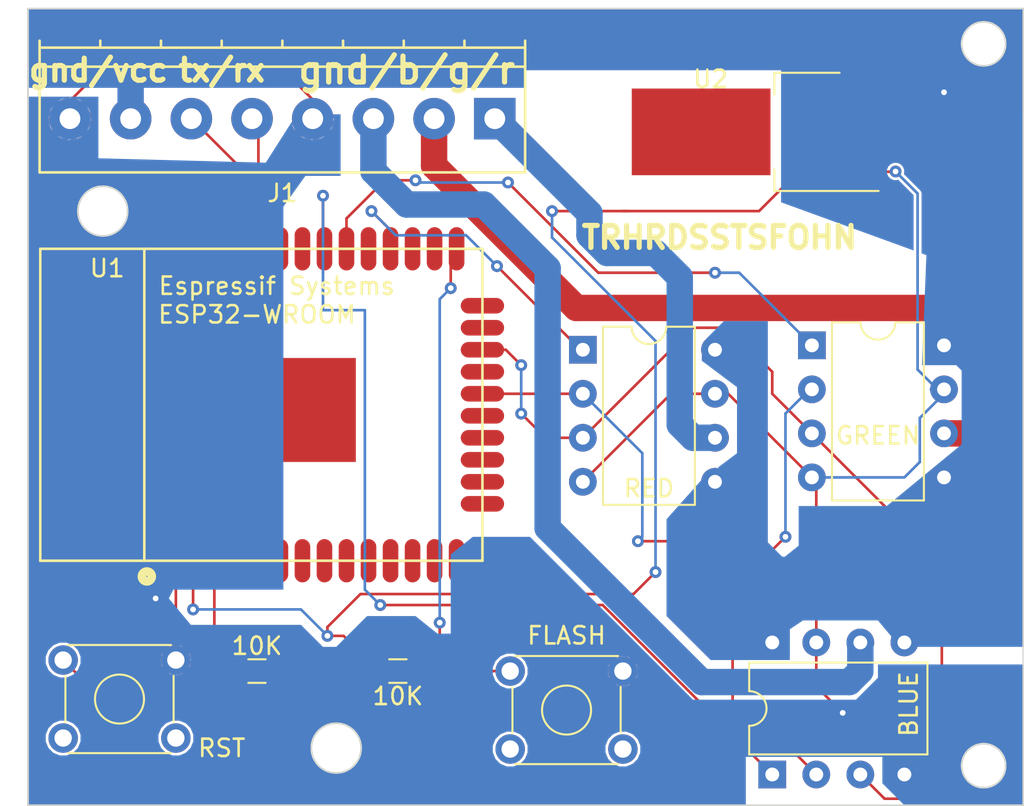
<source format=kicad_pcb>
(kicad_pcb (version 4) (host pcbnew 4.0.7)

  (general
    (links 39)
    (no_connects 0)
    (area 11.125999 10.109999 68.630001 56.184001)
    (thickness 1.6)
    (drawings 12)
    (tracks 207)
    (zones 0)
    (modules 10)
    (nets 44)
  )

  (page A4)
  (layers
    (0 F.Cu signal)
    (31 B.Cu signal)
    (32 B.Adhes user)
    (33 F.Adhes user)
    (34 B.Paste user)
    (35 F.Paste user)
    (36 B.SilkS user)
    (37 F.SilkS user)
    (38 B.Mask user)
    (39 F.Mask user)
    (40 Dwgs.User user)
    (41 Cmts.User user)
    (42 Eco1.User user)
    (43 Eco2.User user)
    (44 Edge.Cuts user)
    (45 Margin user)
    (46 B.CrtYd user)
    (47 F.CrtYd user)
    (48 B.Fab user)
    (49 F.Fab user)
  )

  (setup
    (last_trace_width 0.1524)
    (trace_clearance 0.1524)
    (zone_clearance 0)
    (zone_45_only no)
    (trace_min 0.1524)
    (segment_width 0.2)
    (edge_width 0.1)
    (via_size 0.6858)
    (via_drill 0.3302)
    (via_min_size 0.508)
    (via_min_drill 0.254)
    (uvia_size 0.6858)
    (uvia_drill 0.3302)
    (uvias_allowed no)
    (uvia_min_size 0)
    (uvia_min_drill 0)
    (pcb_text_width 0.3)
    (pcb_text_size 1.5 1.5)
    (mod_edge_width 0.15)
    (mod_text_size 1 1)
    (mod_text_width 0.15)
    (pad_size 8 5)
    (pad_drill 0)
    (pad_to_mask_clearance 0.0508)
    (aux_axis_origin 28.956 53.848)
    (grid_origin 7.874 9.906)
    (visible_elements 7FFFFFFF)
    (pcbplotparams
      (layerselection 0x3ffff_80000001)
      (usegerberextensions false)
      (excludeedgelayer true)
      (linewidth 0.100000)
      (plotframeref false)
      (viasonmask false)
      (mode 1)
      (useauxorigin false)
      (hpglpennumber 1)
      (hpglpenspeed 20)
      (hpglpendiameter 15)
      (hpglpenoverlay 2)
      (psnegative false)
      (psa4output false)
      (plotreference true)
      (plotvalue true)
      (plotinvisibletext false)
      (padsonsilk false)
      (subtractmaskfromsilk false)
      (outputformat 1)
      (mirror false)
      (drillshape 0)
      (scaleselection 1)
      (outputdirectory gerber/))
  )

  (net 0 "")
  (net 1 CS1)
  (net 2 +5V)
  (net 3 CLK)
  (net 4 RED)
  (net 5 MOSI)
  (net 6 GND)
  (net 7 CS2)
  (net 8 GREEN)
  (net 9 CS3)
  (net 10 BLUE)
  (net 11 RX)
  (net 12 TX)
  (net 13 "Net-(R10K1-Pad1)")
  (net 14 +3V3)
  (net 15 "Net-(U1-Pad37)")
  (net 16 "Net-(U1-Pad36)")
  (net 17 "Net-(U1-Pad33)")
  (net 18 "Net-(U1-Pad32)")
  (net 19 "Net-(U1-Pad29)")
  (net 20 "Net-(U1-Pad27)")
  (net 21 "Net-(U1-Pad26)")
  (net 22 "Net-(U1-Pad24)")
  (net 23 "Net-(U1-Pad23)")
  (net 24 "Net-(U1-Pad19)")
  (net 25 "Net-(U1-Pad18)")
  (net 26 "Net-(U1-Pad17)")
  (net 27 "Net-(U1-Pad16)")
  (net 28 "Net-(U1-Pad15)")
  (net 29 "Net-(U1-Pad14)")
  (net 30 "Net-(U1-Pad13)")
  (net 31 "Net-(U1-Pad12)")
  (net 32 "Net-(U1-Pad11)")
  (net 33 "Net-(U1-Pad10)")
  (net 34 "Net-(U1-Pad9)")
  (net 35 "Net-(U1-Pad8)")
  (net 36 "Net-(U1-Pad7)")
  (net 37 "Net-(U1-Pad6)")
  (net 38 "Net-(U1-Pad5)")
  (net 39 "Net-(U1-Pad4)")
  (net 40 "Net-(U1-Pad39)")
  (net 41 "Net-(R10K2-Pad1)")
  (net 42 "Net-(U1-Pad38)")
  (net 43 "Net-(U1-Pad21)")

  (net_class Default "This is the default net class."
    (clearance 0.1524)
    (trace_width 0.1524)
    (via_dia 0.6858)
    (via_drill 0.3302)
    (uvia_dia 0.6858)
    (uvia_drill 0.3302)
    (add_net +3V3)
    (add_net CLK)
    (add_net CS1)
    (add_net CS2)
    (add_net CS3)
    (add_net GND)
    (add_net MOSI)
    (add_net "Net-(R10K1-Pad1)")
    (add_net "Net-(R10K2-Pad1)")
    (add_net "Net-(U1-Pad10)")
    (add_net "Net-(U1-Pad11)")
    (add_net "Net-(U1-Pad12)")
    (add_net "Net-(U1-Pad13)")
    (add_net "Net-(U1-Pad14)")
    (add_net "Net-(U1-Pad15)")
    (add_net "Net-(U1-Pad16)")
    (add_net "Net-(U1-Pad17)")
    (add_net "Net-(U1-Pad18)")
    (add_net "Net-(U1-Pad19)")
    (add_net "Net-(U1-Pad21)")
    (add_net "Net-(U1-Pad23)")
    (add_net "Net-(U1-Pad24)")
    (add_net "Net-(U1-Pad26)")
    (add_net "Net-(U1-Pad27)")
    (add_net "Net-(U1-Pad29)")
    (add_net "Net-(U1-Pad32)")
    (add_net "Net-(U1-Pad33)")
    (add_net "Net-(U1-Pad36)")
    (add_net "Net-(U1-Pad37)")
    (add_net "Net-(U1-Pad38)")
    (add_net "Net-(U1-Pad39)")
    (add_net "Net-(U1-Pad4)")
    (add_net "Net-(U1-Pad5)")
    (add_net "Net-(U1-Pad6)")
    (add_net "Net-(U1-Pad7)")
    (add_net "Net-(U1-Pad8)")
    (add_net "Net-(U1-Pad9)")
    (add_net RX)
    (add_net TX)
  )

  (net_class Amps ""
    (clearance 0.1524)
    (trace_width 1.524)
    (via_dia 0.6858)
    (via_drill 0.3302)
    (uvia_dia 0.6858)
    (uvia_drill 0.3302)
    (add_net +5V)
    (add_net BLUE)
    (add_net GREEN)
    (add_net RED)
  )

  (module TO_SOT_Packages_SMD:SOT-223 (layer F.Cu) (tedit 5AF8A23F) (tstamp 5AF88BA1)
    (at 56.134 17.272 180)
    (descr "module CMS SOT223 4 pins")
    (tags "CMS SOT")
    (path /5AF8A600)
    (attr smd)
    (fp_text reference U2 (at 5.588 3.048 180) (layer F.SilkS)
      (effects (font (size 1 1) (thickness 0.15)))
    )
    (fp_text value AZ1117-3.3 (at 0 4.5 180) (layer F.Fab)
      (effects (font (size 1 1) (thickness 0.15)))
    )
    (fp_text user %R (at 0 0 270) (layer F.Fab)
      (effects (font (size 0.8 0.8) (thickness 0.12)))
    )
    (fp_line (start -1.85 -2.3) (end -0.8 -3.35) (layer F.Fab) (width 0.1))
    (fp_line (start 1.91 3.41) (end 1.91 2.15) (layer F.SilkS) (width 0.12))
    (fp_line (start 1.91 -3.41) (end 1.91 -2.15) (layer F.SilkS) (width 0.12))
    (fp_line (start 4.4 -3.6) (end -4.4 -3.6) (layer F.CrtYd) (width 0.05))
    (fp_line (start 4.4 3.6) (end 4.4 -3.6) (layer F.CrtYd) (width 0.05))
    (fp_line (start -4.4 3.6) (end 4.4 3.6) (layer F.CrtYd) (width 0.05))
    (fp_line (start -4.4 -3.6) (end -4.4 3.6) (layer F.CrtYd) (width 0.05))
    (fp_line (start -1.85 -2.3) (end -1.85 3.35) (layer F.Fab) (width 0.1))
    (fp_line (start -1.85 3.41) (end 1.91 3.41) (layer F.SilkS) (width 0.12))
    (fp_line (start -0.8 -3.35) (end 1.85 -3.35) (layer F.Fab) (width 0.1))
    (fp_line (start -4.1 -3.41) (end 1.91 -3.41) (layer F.SilkS) (width 0.12))
    (fp_line (start -1.85 3.35) (end 1.85 3.35) (layer F.Fab) (width 0.1))
    (fp_line (start 1.85 -3.35) (end 1.85 3.35) (layer F.Fab) (width 0.1))
    (pad 4 smd rect (at 6.134 0 180) (size 8 5) (layers F.Cu F.Paste F.Mask)
      (zone_connect 2))
    (pad 2 smd rect (at -3.15 0 180) (size 2 1.5) (layers F.Cu F.Paste F.Mask)
      (net 14 +3V3))
    (pad 3 smd rect (at -3.15 2.3 180) (size 2 1.5) (layers F.Cu F.Paste F.Mask)
      (net 2 +5V))
    (pad 1 smd rect (at -3.15 -2.3 180) (size 2 1.5) (layers F.Cu F.Paste F.Mask)
      (net 6 GND))
    (model ${KISYS3DMOD}/TO_SOT_Packages_SMD.3dshapes/SOT-223.wrl
      (at (xyz 0 0 0))
      (scale (xyz 1 1 1))
      (rotate (xyz 0 0 0))
    )
  )

  (module Buttons_Switches_THT:SW_TH_Tactile_Omron_B3F-10xx (layer F.Cu) (tedit 5AF819FF) (tstamp 5AF81990)
    (at 13.208 47.752)
    (descr SW_TH_Tactile_Omron_B3F-10xx_https://www.omron.com/ecb/products/pdf/en-b3f.pdf)
    (tags "Omron B3F-10xx")
    (path /5AF89CCF)
    (fp_text reference RST (at 9.144 5.08) (layer F.SilkS)
      (effects (font (size 1 1) (thickness 0.15)))
    )
    (fp_text value SW_Push (at 3.2 6.5) (layer F.Fab)
      (effects (font (size 1 1) (thickness 0.15)))
    )
    (fp_line (start 0.25 -0.75) (end 0.25 5.25) (layer F.Fab) (width 0.1))
    (fp_line (start 6.25 -0.75) (end 6.25 5.25) (layer F.Fab) (width 0.1))
    (fp_line (start 0.25 -0.75) (end 6.25 -0.75) (layer F.Fab) (width 0.1))
    (fp_text user %R (at 3.25 2.25) (layer F.Fab)
      (effects (font (size 1 1) (thickness 0.15)))
    )
    (fp_line (start 7.65 -1.15) (end -1.1 -1.15) (layer F.CrtYd) (width 0.05))
    (fp_line (start 7.6 5.6) (end 7.6 -1.1) (layer F.CrtYd) (width 0.05))
    (fp_line (start -1.1 5.6) (end 7.6 5.6) (layer F.CrtYd) (width 0.05))
    (fp_line (start -1.1 -1.15) (end -1.1 5.6) (layer F.CrtYd) (width 0.05))
    (fp_circle (center 3.25 2.25) (end 4.25 3.25) (layer F.SilkS) (width 0.12))
    (fp_line (start 0.28 5.37) (end 6.22 5.37) (layer F.SilkS) (width 0.12))
    (fp_line (start 0.28 -0.87) (end 6.22 -0.87) (layer F.SilkS) (width 0.12))
    (fp_line (start 0.13 3.59) (end 0.13 0.91) (layer F.SilkS) (width 0.12))
    (fp_line (start 6.37 0.91) (end 6.37 3.59) (layer F.SilkS) (width 0.12))
    (fp_line (start 0.25 5.25) (end 6.25 5.25) (layer F.Fab) (width 0.1))
    (pad 4 thru_hole circle (at 6.5 4.5) (size 1.7 1.7) (drill 1) (layers *.Cu *.Mask))
    (pad 3 thru_hole circle (at 0 4.5) (size 1.7 1.7) (drill 1) (layers *.Cu *.Mask))
    (pad 2 thru_hole circle (at 6.5 0) (size 1.7 1.7) (drill 1) (layers *.Cu *.Mask)
      (net 6 GND))
    (pad 1 thru_hole circle (at 0 0) (size 1.7 1.7) (drill 1) (layers *.Cu *.Mask)
      (net 13 "Net-(R10K1-Pad1)"))
    (model ${KISYS3DMOD}/Buttons_Switches_THT.3dshapes/SW_TH_Tactile_Omron_B3F-10xx.wrl
      (at (xyz 0 0 0))
      (scale (xyz 1 1 1))
      (rotate (xyz 0 0 0))
    )
  )

  (module ESP32-footprints-Lib:ESP32-WROOM (layer F.Cu) (tedit 5AF82BEE) (tstamp 5AF7F964)
    (at 24.638 33.02 270)
    (path /5AF7F7ED)
    (fp_text reference U1 (at -7.874 8.89 360) (layer F.SilkS)
      (effects (font (size 1 1) (thickness 0.15)))
    )
    (fp_text value ESP32-WROOM (at 5.715 14.224 270) (layer F.Fab)
      (effects (font (size 1 1) (thickness 0.15)))
    )
    (fp_text user "Espressif Systems" (at -6.858 -0.889 360) (layer F.SilkS)
      (effects (font (size 1 1) (thickness 0.15)))
    )
    (fp_circle (center 9.906 6.604) (end 10.033 6.858) (layer F.SilkS) (width 0.5))
    (fp_text user ESP32-WROOM (at -5.207 0.254 360) (layer F.SilkS)
      (effects (font (size 1 1) (thickness 0.15)))
    )
    (fp_line (start -9 6.75) (end 9 6.75) (layer F.SilkS) (width 0.15))
    (fp_line (start 9 12.75) (end 9 -12.75) (layer F.SilkS) (width 0.15))
    (fp_line (start -9 12.75) (end -9 -12.75) (layer F.SilkS) (width 0.15))
    (fp_line (start -9 -12.75) (end 9 -12.75) (layer F.SilkS) (width 0.15))
    (fp_line (start -9 12.75) (end 9 12.75) (layer F.SilkS) (width 0.15))
    (pad 38 smd oval (at -9 5.25 270) (size 2.5 0.9) (layers F.Cu F.Paste F.Mask)
      (net 42 "Net-(U1-Pad38)"))
    (pad 37 smd oval (at -9 3.98 270) (size 2.5 0.9) (layers F.Cu F.Paste F.Mask)
      (net 15 "Net-(U1-Pad37)"))
    (pad 36 smd oval (at -9 2.71 270) (size 2.5 0.9) (layers F.Cu F.Paste F.Mask)
      (net 16 "Net-(U1-Pad36)"))
    (pad 35 smd oval (at -9 1.44 270) (size 2.5 0.9) (layers F.Cu F.Paste F.Mask)
      (net 12 TX))
    (pad 34 smd oval (at -9 0.17 270) (size 2.5 0.9) (layers F.Cu F.Paste F.Mask)
      (net 11 RX))
    (pad 33 smd oval (at -9 -1.1 270) (size 2.5 0.9) (layers F.Cu F.Paste F.Mask)
      (net 17 "Net-(U1-Pad33)"))
    (pad 32 smd oval (at -9 -2.37 270) (size 2.5 0.9) (layers F.Cu F.Paste F.Mask)
      (net 18 "Net-(U1-Pad32)"))
    (pad 31 smd oval (at -9 -3.64 270) (size 2.5 0.9) (layers F.Cu F.Paste F.Mask)
      (net 9 CS3))
    (pad 30 smd oval (at -9 -4.91 270) (size 2.5 0.9) (layers F.Cu F.Paste F.Mask)
      (net 7 CS2))
    (pad 29 smd oval (at -9 -6.18 270) (size 2.5 0.9) (layers F.Cu F.Paste F.Mask)
      (net 19 "Net-(U1-Pad29)"))
    (pad 28 smd oval (at -9 -7.45 270) (size 2.5 0.9) (layers F.Cu F.Paste F.Mask)
      (net 1 CS1))
    (pad 27 smd oval (at -9 -8.72 270) (size 2.5 0.9) (layers F.Cu F.Paste F.Mask)
      (net 20 "Net-(U1-Pad27)"))
    (pad 26 smd oval (at -9 -9.99 270) (size 2.5 0.9) (layers F.Cu F.Paste F.Mask)
      (net 21 "Net-(U1-Pad26)"))
    (pad 25 smd oval (at -9 -11.26 270) (size 2.5 0.9) (layers F.Cu F.Paste F.Mask)
      (net 41 "Net-(R10K2-Pad1)"))
    (pad 24 smd oval (at -5.715 -12.75 270) (size 0.9 2.5) (layers F.Cu F.Paste F.Mask)
      (net 22 "Net-(U1-Pad24)"))
    (pad 23 smd oval (at -4.445 -12.75 270) (size 0.9 2.5) (layers F.Cu F.Paste F.Mask)
      (net 23 "Net-(U1-Pad23)"))
    (pad 22 smd oval (at -3.175 -12.75 270) (size 0.9 2.5) (layers F.Cu F.Paste F.Mask)
      (net 5 MOSI))
    (pad 21 smd oval (at -1.905 -12.75 270) (size 0.9 2.5) (layers F.Cu F.Paste F.Mask)
      (net 43 "Net-(U1-Pad21)"))
    (pad 20 smd oval (at -0.635 -12.75 270) (size 0.9 2.5) (layers F.Cu F.Paste F.Mask)
      (net 3 CLK))
    (pad 19 smd oval (at 0.635 -12.75 270) (size 0.9 2.5) (layers F.Cu F.Paste F.Mask)
      (net 24 "Net-(U1-Pad19)"))
    (pad 18 smd oval (at 1.905 -12.75 270) (size 0.9 2.5) (layers F.Cu F.Paste F.Mask)
      (net 25 "Net-(U1-Pad18)"))
    (pad 17 smd oval (at 3.175 -12.75 270) (size 0.9 2.5) (layers F.Cu F.Paste F.Mask)
      (net 26 "Net-(U1-Pad17)"))
    (pad 16 smd oval (at 4.445 -12.75 270) (size 0.9 2.5) (layers F.Cu F.Paste F.Mask)
      (net 27 "Net-(U1-Pad16)"))
    (pad 15 smd oval (at 5.715 -12.75 270) (size 0.9 2.5) (layers F.Cu F.Paste F.Mask)
      (net 28 "Net-(U1-Pad15)"))
    (pad 14 smd oval (at 9 -11.26 270) (size 2.5 0.9) (layers F.Cu F.Paste F.Mask)
      (net 29 "Net-(U1-Pad14)"))
    (pad 13 smd oval (at 9 -9.99 270) (size 2.5 0.9) (layers F.Cu F.Paste F.Mask)
      (net 30 "Net-(U1-Pad13)"))
    (pad 12 smd oval (at 9 -8.72 270) (size 2.5 0.9) (layers F.Cu F.Paste F.Mask)
      (net 31 "Net-(U1-Pad12)"))
    (pad 11 smd oval (at 9 -7.45 270) (size 2.5 0.9) (layers F.Cu F.Paste F.Mask)
      (net 32 "Net-(U1-Pad11)"))
    (pad 10 smd oval (at 9 -6.18 270) (size 2.5 0.9) (layers F.Cu F.Paste F.Mask)
      (net 33 "Net-(U1-Pad10)"))
    (pad 9 smd oval (at 9 -4.91 270) (size 2.5 0.9) (layers F.Cu F.Paste F.Mask)
      (net 34 "Net-(U1-Pad9)"))
    (pad 8 smd oval (at 9 -3.64 270) (size 2.5 0.9) (layers F.Cu F.Paste F.Mask)
      (net 35 "Net-(U1-Pad8)"))
    (pad 7 smd oval (at 9 -2.37 270) (size 2.5 0.9) (layers F.Cu F.Paste F.Mask)
      (net 36 "Net-(U1-Pad7)"))
    (pad 6 smd oval (at 9 -1.1 270) (size 2.5 0.9) (layers F.Cu F.Paste F.Mask)
      (net 37 "Net-(U1-Pad6)"))
    (pad 5 smd oval (at 9 0.17 270) (size 2.5 0.9) (layers F.Cu F.Paste F.Mask)
      (net 38 "Net-(U1-Pad5)"))
    (pad 4 smd oval (at 9 1.44 270) (size 2.5 0.9) (layers F.Cu F.Paste F.Mask)
      (net 39 "Net-(U1-Pad4)"))
    (pad 3 smd oval (at 9 2.71 270) (size 2.5 0.9) (layers F.Cu F.Paste F.Mask)
      (net 13 "Net-(R10K1-Pad1)"))
    (pad 2 smd oval (at 9 3.98 270) (size 2.5 0.9) (layers F.Cu F.Paste F.Mask)
      (net 14 +3V3))
    (pad 1 smd oval (at 9 5.25 270) (size 2.5 0.9) (layers F.Cu F.Paste F.Mask)
      (net 6 GND))
    (pad 39 smd rect (at 0.3 -2.45 270) (size 6 6) (layers F.Cu F.Paste F.Mask)
      (net 40 "Net-(U1-Pad39)"))
  )

  (module Resistors_SMD:R_0603_HandSoldering (layer F.Cu) (tedit 5AF81237) (tstamp 5AF7F8FB)
    (at 32.512 48.387 180)
    (descr "Resistor SMD 0603, hand soldering")
    (tags "resistor 0603")
    (path /5AF83CB7)
    (attr smd)
    (fp_text reference 10K (at 0 -1.45 180) (layer F.SilkS)
      (effects (font (size 1 1) (thickness 0.15)))
    )
    (fp_text value R10K (at 0 1.55 180) (layer F.Fab)
      (effects (font (size 1 1) (thickness 0.15)))
    )
    (fp_text user %R (at 0 0 180) (layer F.Fab)
      (effects (font (size 0.4 0.4) (thickness 0.075)))
    )
    (fp_line (start -0.8 0.4) (end -0.8 -0.4) (layer F.Fab) (width 0.1))
    (fp_line (start 0.8 0.4) (end -0.8 0.4) (layer F.Fab) (width 0.1))
    (fp_line (start 0.8 -0.4) (end 0.8 0.4) (layer F.Fab) (width 0.1))
    (fp_line (start -0.8 -0.4) (end 0.8 -0.4) (layer F.Fab) (width 0.1))
    (fp_line (start 0.5 0.68) (end -0.5 0.68) (layer F.SilkS) (width 0.12))
    (fp_line (start -0.5 -0.68) (end 0.5 -0.68) (layer F.SilkS) (width 0.12))
    (fp_line (start -1.96 -0.7) (end 1.95 -0.7) (layer F.CrtYd) (width 0.05))
    (fp_line (start -1.96 -0.7) (end -1.96 0.7) (layer F.CrtYd) (width 0.05))
    (fp_line (start 1.95 0.7) (end 1.95 -0.7) (layer F.CrtYd) (width 0.05))
    (fp_line (start 1.95 0.7) (end -1.96 0.7) (layer F.CrtYd) (width 0.05))
    (pad 1 smd rect (at -1.1 0 180) (size 1.2 0.9) (layers F.Cu F.Paste F.Mask)
      (net 41 "Net-(R10K2-Pad1)"))
    (pad 2 smd rect (at 1.1 0 180) (size 1.2 0.9) (layers F.Cu F.Paste F.Mask)
      (net 14 +3V3))
    (model ${KISYS3DMOD}/Resistors_SMD.3dshapes/R_0603.wrl
      (at (xyz 0 0 0))
      (scale (xyz 1 1 1))
      (rotate (xyz 0 0 0))
    )
  )

  (module Resistors_SMD:R_0603_HandSoldering (layer F.Cu) (tedit 5AF81230) (tstamp 5AF7F8EA)
    (at 24.384 48.387)
    (descr "Resistor SMD 0603, hand soldering")
    (tags "resistor 0603")
    (path /5AF80274)
    (attr smd)
    (fp_text reference 10K (at 0 -1.45) (layer F.SilkS)
      (effects (font (size 1 1) (thickness 0.15)))
    )
    (fp_text value R10K (at 0 1.55) (layer F.Fab)
      (effects (font (size 1 1) (thickness 0.15)))
    )
    (fp_text user %R (at 0 0) (layer F.Fab)
      (effects (font (size 0.4 0.4) (thickness 0.075)))
    )
    (fp_line (start -0.8 0.4) (end -0.8 -0.4) (layer F.Fab) (width 0.1))
    (fp_line (start 0.8 0.4) (end -0.8 0.4) (layer F.Fab) (width 0.1))
    (fp_line (start 0.8 -0.4) (end 0.8 0.4) (layer F.Fab) (width 0.1))
    (fp_line (start -0.8 -0.4) (end 0.8 -0.4) (layer F.Fab) (width 0.1))
    (fp_line (start 0.5 0.68) (end -0.5 0.68) (layer F.SilkS) (width 0.12))
    (fp_line (start -0.5 -0.68) (end 0.5 -0.68) (layer F.SilkS) (width 0.12))
    (fp_line (start -1.96 -0.7) (end 1.95 -0.7) (layer F.CrtYd) (width 0.05))
    (fp_line (start -1.96 -0.7) (end -1.96 0.7) (layer F.CrtYd) (width 0.05))
    (fp_line (start 1.95 0.7) (end 1.95 -0.7) (layer F.CrtYd) (width 0.05))
    (fp_line (start 1.95 0.7) (end -1.96 0.7) (layer F.CrtYd) (width 0.05))
    (pad 1 smd rect (at -1.1 0) (size 1.2 0.9) (layers F.Cu F.Paste F.Mask)
      (net 13 "Net-(R10K1-Pad1)"))
    (pad 2 smd rect (at 1.1 0) (size 1.2 0.9) (layers F.Cu F.Paste F.Mask)
      (net 14 +3V3))
    (model ${KISYS3DMOD}/Resistors_SMD.3dshapes/R_0603.wrl
      (at (xyz 0 0 0))
      (scale (xyz 1 1 1))
      (rotate (xyz 0 0 0))
    )
  )

  (module TerminalBlocks_Phoenix:TerminalBlock_Phoenix_PT-3.5mm_8pol (layer F.Cu) (tedit 59FF0756) (tstamp 5AF7F8D9)
    (at 38.1 16.51 180)
    (descr "8-way 3.5mm pitch terminal block, Phoenix PT series")
    (path /5AF7F4CD)
    (fp_text reference J1 (at 12.25 -4.3 180) (layer F.SilkS)
      (effects (font (size 1 1) (thickness 0.15)))
    )
    (fp_text value Screw_Terminal_01x08 (at 12.25 6 180) (layer F.Fab)
      (effects (font (size 1 1) (thickness 0.15)))
    )
    (fp_text user %R (at 12.25 0 180) (layer F.Fab)
      (effects (font (size 1 1) (thickness 0.15)))
    )
    (fp_line (start -1.9 -3.3) (end 26.4 -3.3) (layer F.CrtYd) (width 0.05))
    (fp_line (start -1.9 4.7) (end -1.9 -3.3) (layer F.CrtYd) (width 0.05))
    (fp_line (start 26.4 4.7) (end -1.9 4.7) (layer F.CrtYd) (width 0.05))
    (fp_line (start 26.4 -3.3) (end 26.4 4.7) (layer F.CrtYd) (width 0.05))
    (fp_line (start 22.75 4.1) (end 22.75 4.5) (layer F.SilkS) (width 0.15))
    (fp_line (start 8.75 4.1) (end 8.75 4.5) (layer F.SilkS) (width 0.15))
    (fp_line (start 19.25 4.1) (end 19.25 4.5) (layer F.SilkS) (width 0.15))
    (fp_line (start 15.75 4.1) (end 15.75 4.5) (layer F.SilkS) (width 0.15))
    (fp_line (start 1.75 4.1) (end 1.75 4.5) (layer F.SilkS) (width 0.15))
    (fp_line (start 5.25 4.1) (end 5.25 4.5) (layer F.SilkS) (width 0.15))
    (fp_line (start 12.25 4.1) (end 12.25 4.5) (layer F.SilkS) (width 0.15))
    (fp_line (start -1.75 3) (end 26.25 3) (layer F.SilkS) (width 0.15))
    (fp_line (start -1.75 4.1) (end 26.25 4.1) (layer F.SilkS) (width 0.15))
    (fp_line (start -1.75 -3.1) (end -1.75 4.5) (layer F.SilkS) (width 0.15))
    (fp_line (start 26.25 4.5) (end 26.25 -3.1) (layer F.SilkS) (width 0.15))
    (fp_line (start 26.25 -3.1) (end -1.75 -3.1) (layer F.SilkS) (width 0.15))
    (pad 3 thru_hole circle (at 7 0 180) (size 2.4 2.4) (drill 1.2) (layers *.Cu *.Mask)
      (net 10 BLUE))
    (pad 2 thru_hole circle (at 3.5 0 180) (size 2.4 2.4) (drill 1.2) (layers *.Cu *.Mask)
      (net 8 GREEN))
    (pad 4 thru_hole circle (at 10.5 0 180) (size 2.4 2.4) (drill 1.2) (layers *.Cu *.Mask)
      (net 6 GND))
    (pad 5 thru_hole circle (at 14 0 180) (size 2.4 2.4) (drill 1.2) (layers *.Cu *.Mask)
      (net 11 RX))
    (pad 6 thru_hole circle (at 17.5 0 180) (size 2.4 2.4) (drill 1.2) (layers *.Cu *.Mask)
      (net 12 TX))
    (pad 7 thru_hole circle (at 21 0 180) (size 2.4 2.4) (drill 1.2) (layers *.Cu *.Mask)
      (net 2 +5V))
    (pad 1 thru_hole rect (at 0 0 180) (size 2.4 2.4) (drill 1.2) (layers *.Cu *.Mask)
      (net 4 RED))
    (pad 8 thru_hole circle (at 24.5 0 180) (size 2.4 2.4) (drill 1.2) (layers *.Cu *.Mask)
      (net 6 GND))
    (model ${KISYS3DMOD}/TerminalBlock_Phoenix.3dshapes/TerminalBlock_Phoenix_PT-3.5mm_8pol.wrl
      (at (xyz 0 0 0))
      (scale (xyz 1 1 1))
      (rotate (xyz 0 0 0))
    )
  )

  (module Housings_DIP:DIP-8_W7.62mm (layer F.Cu) (tedit 5AF8276F) (tstamp 5AF7F8BC)
    (at 54.102 54.356 90)
    (descr "8-lead though-hole mounted DIP package, row spacing 7.62 mm (300 mils)")
    (tags "THT DIP DIL PDIP 2.54mm 7.62mm 300mil")
    (path /5AF81AD6)
    (fp_text reference BLUE (at 4.064 7.874 90) (layer F.SilkS)
      (effects (font (size 1 1) (thickness 0.15)))
    )
    (fp_text value MCP4131 (at 3.81 9.95 90) (layer F.Fab)
      (effects (font (size 1 1) (thickness 0.15)))
    )
    (fp_arc (start 3.81 -1.33) (end 2.81 -1.33) (angle -180) (layer F.SilkS) (width 0.12))
    (fp_line (start 1.635 -1.27) (end 6.985 -1.27) (layer F.Fab) (width 0.1))
    (fp_line (start 6.985 -1.27) (end 6.985 8.89) (layer F.Fab) (width 0.1))
    (fp_line (start 6.985 8.89) (end 0.635 8.89) (layer F.Fab) (width 0.1))
    (fp_line (start 0.635 8.89) (end 0.635 -0.27) (layer F.Fab) (width 0.1))
    (fp_line (start 0.635 -0.27) (end 1.635 -1.27) (layer F.Fab) (width 0.1))
    (fp_line (start 2.81 -1.33) (end 1.16 -1.33) (layer F.SilkS) (width 0.12))
    (fp_line (start 1.16 -1.33) (end 1.16 8.95) (layer F.SilkS) (width 0.12))
    (fp_line (start 1.16 8.95) (end 6.46 8.95) (layer F.SilkS) (width 0.12))
    (fp_line (start 6.46 8.95) (end 6.46 -1.33) (layer F.SilkS) (width 0.12))
    (fp_line (start 6.46 -1.33) (end 4.81 -1.33) (layer F.SilkS) (width 0.12))
    (fp_line (start -1.1 -1.55) (end -1.1 9.15) (layer F.CrtYd) (width 0.05))
    (fp_line (start -1.1 9.15) (end 8.7 9.15) (layer F.CrtYd) (width 0.05))
    (fp_line (start 8.7 9.15) (end 8.7 -1.55) (layer F.CrtYd) (width 0.05))
    (fp_line (start 8.7 -1.55) (end -1.1 -1.55) (layer F.CrtYd) (width 0.05))
    (fp_text user %R (at 3.81 3.81 90) (layer F.Fab)
      (effects (font (size 1 1) (thickness 0.15)))
    )
    (pad 1 thru_hole rect (at 0 0 90) (size 1.6 1.6) (drill 0.8) (layers *.Cu *.Mask)
      (net 9 CS3))
    (pad 5 thru_hole oval (at 7.62 7.62 90) (size 1.6 1.6) (drill 0.8) (layers *.Cu *.Mask)
      (net 2 +5V))
    (pad 2 thru_hole oval (at 0 2.54 90) (size 1.6 1.6) (drill 0.8) (layers *.Cu *.Mask)
      (net 3 CLK))
    (pad 6 thru_hole oval (at 7.62 5.08 90) (size 1.6 1.6) (drill 0.8) (layers *.Cu *.Mask)
      (net 10 BLUE))
    (pad 3 thru_hole oval (at 0 5.08 90) (size 1.6 1.6) (drill 0.8) (layers *.Cu *.Mask)
      (net 5 MOSI))
    (pad 7 thru_hole oval (at 7.62 2.54 90) (size 1.6 1.6) (drill 0.8) (layers *.Cu *.Mask)
      (net 6 GND))
    (pad 4 thru_hole oval (at 0 7.62 90) (size 1.6 1.6) (drill 0.8) (layers *.Cu *.Mask)
      (net 6 GND))
    (pad 8 thru_hole oval (at 7.62 0 90) (size 1.6 1.6) (drill 0.8) (layers *.Cu *.Mask)
      (net 2 +5V))
    (model ${KISYS3DMOD}/Housings_DIP.3dshapes/DIP-8_W7.62mm.wrl
      (at (xyz 0 0 0))
      (scale (xyz 1 1 1))
      (rotate (xyz 0 0 0))
    )
  )

  (module Housings_DIP:DIP-8_W7.62mm (layer F.Cu) (tedit 5AF8278A) (tstamp 5AF7F8A0)
    (at 56.388 29.591)
    (descr "8-lead though-hole mounted DIP package, row spacing 7.62 mm (300 mils)")
    (tags "THT DIP DIL PDIP 2.54mm 7.62mm 300mil")
    (path /5AF81A8F)
    (fp_text reference GREEN (at 3.81 5.207) (layer F.SilkS)
      (effects (font (size 1 1) (thickness 0.15)))
    )
    (fp_text value MCP4131 (at 3.81 9.95) (layer F.Fab)
      (effects (font (size 1 1) (thickness 0.15)))
    )
    (fp_arc (start 3.81 -1.33) (end 2.81 -1.33) (angle -180) (layer F.SilkS) (width 0.12))
    (fp_line (start 1.635 -1.27) (end 6.985 -1.27) (layer F.Fab) (width 0.1))
    (fp_line (start 6.985 -1.27) (end 6.985 8.89) (layer F.Fab) (width 0.1))
    (fp_line (start 6.985 8.89) (end 0.635 8.89) (layer F.Fab) (width 0.1))
    (fp_line (start 0.635 8.89) (end 0.635 -0.27) (layer F.Fab) (width 0.1))
    (fp_line (start 0.635 -0.27) (end 1.635 -1.27) (layer F.Fab) (width 0.1))
    (fp_line (start 2.81 -1.33) (end 1.16 -1.33) (layer F.SilkS) (width 0.12))
    (fp_line (start 1.16 -1.33) (end 1.16 8.95) (layer F.SilkS) (width 0.12))
    (fp_line (start 1.16 8.95) (end 6.46 8.95) (layer F.SilkS) (width 0.12))
    (fp_line (start 6.46 8.95) (end 6.46 -1.33) (layer F.SilkS) (width 0.12))
    (fp_line (start 6.46 -1.33) (end 4.81 -1.33) (layer F.SilkS) (width 0.12))
    (fp_line (start -1.1 -1.55) (end -1.1 9.15) (layer F.CrtYd) (width 0.05))
    (fp_line (start -1.1 9.15) (end 8.7 9.15) (layer F.CrtYd) (width 0.05))
    (fp_line (start 8.7 9.15) (end 8.7 -1.55) (layer F.CrtYd) (width 0.05))
    (fp_line (start 8.7 -1.55) (end -1.1 -1.55) (layer F.CrtYd) (width 0.05))
    (fp_text user %R (at 3.81 3.81) (layer F.Fab)
      (effects (font (size 1 1) (thickness 0.15)))
    )
    (pad 1 thru_hole rect (at 0 0) (size 1.6 1.6) (drill 0.8) (layers *.Cu *.Mask)
      (net 7 CS2))
    (pad 5 thru_hole oval (at 7.62 7.62) (size 1.6 1.6) (drill 0.8) (layers *.Cu *.Mask)
      (net 2 +5V))
    (pad 2 thru_hole oval (at 0 2.54) (size 1.6 1.6) (drill 0.8) (layers *.Cu *.Mask)
      (net 3 CLK))
    (pad 6 thru_hole oval (at 7.62 5.08) (size 1.6 1.6) (drill 0.8) (layers *.Cu *.Mask)
      (net 8 GREEN))
    (pad 3 thru_hole oval (at 0 5.08) (size 1.6 1.6) (drill 0.8) (layers *.Cu *.Mask)
      (net 5 MOSI))
    (pad 7 thru_hole oval (at 7.62 2.54) (size 1.6 1.6) (drill 0.8) (layers *.Cu *.Mask)
      (net 6 GND))
    (pad 4 thru_hole oval (at 0 7.62) (size 1.6 1.6) (drill 0.8) (layers *.Cu *.Mask)
      (net 6 GND))
    (pad 8 thru_hole oval (at 7.62 0) (size 1.6 1.6) (drill 0.8) (layers *.Cu *.Mask)
      (net 2 +5V))
    (model ${KISYS3DMOD}/Housings_DIP.3dshapes/DIP-8_W7.62mm.wrl
      (at (xyz 0 0 0))
      (scale (xyz 1 1 1))
      (rotate (xyz 0 0 0))
    )
  )

  (module Housings_DIP:DIP-8_W7.62mm (layer F.Cu) (tedit 5AF8277E) (tstamp 5AF7F884)
    (at 43.18 29.845)
    (descr "8-lead though-hole mounted DIP package, row spacing 7.62 mm (300 mils)")
    (tags "THT DIP DIL PDIP 2.54mm 7.62mm 300mil")
    (path /5AF81A6E)
    (fp_text reference RED (at 3.81 8.001) (layer F.SilkS)
      (effects (font (size 1 1) (thickness 0.15)))
    )
    (fp_text value MCP4131 (at 3.81 9.95) (layer F.Fab)
      (effects (font (size 1 1) (thickness 0.15)))
    )
    (fp_arc (start 3.81 -1.33) (end 2.81 -1.33) (angle -180) (layer F.SilkS) (width 0.12))
    (fp_line (start 1.635 -1.27) (end 6.985 -1.27) (layer F.Fab) (width 0.1))
    (fp_line (start 6.985 -1.27) (end 6.985 8.89) (layer F.Fab) (width 0.1))
    (fp_line (start 6.985 8.89) (end 0.635 8.89) (layer F.Fab) (width 0.1))
    (fp_line (start 0.635 8.89) (end 0.635 -0.27) (layer F.Fab) (width 0.1))
    (fp_line (start 0.635 -0.27) (end 1.635 -1.27) (layer F.Fab) (width 0.1))
    (fp_line (start 2.81 -1.33) (end 1.16 -1.33) (layer F.SilkS) (width 0.12))
    (fp_line (start 1.16 -1.33) (end 1.16 8.95) (layer F.SilkS) (width 0.12))
    (fp_line (start 1.16 8.95) (end 6.46 8.95) (layer F.SilkS) (width 0.12))
    (fp_line (start 6.46 8.95) (end 6.46 -1.33) (layer F.SilkS) (width 0.12))
    (fp_line (start 6.46 -1.33) (end 4.81 -1.33) (layer F.SilkS) (width 0.12))
    (fp_line (start -1.1 -1.55) (end -1.1 9.15) (layer F.CrtYd) (width 0.05))
    (fp_line (start -1.1 9.15) (end 8.7 9.15) (layer F.CrtYd) (width 0.05))
    (fp_line (start 8.7 9.15) (end 8.7 -1.55) (layer F.CrtYd) (width 0.05))
    (fp_line (start 8.7 -1.55) (end -1.1 -1.55) (layer F.CrtYd) (width 0.05))
    (fp_text user %R (at 3.81 3.81) (layer F.Fab)
      (effects (font (size 1 1) (thickness 0.15)))
    )
    (pad 1 thru_hole rect (at 0 0) (size 1.6 1.6) (drill 0.8) (layers *.Cu *.Mask)
      (net 1 CS1))
    (pad 5 thru_hole oval (at 7.62 7.62) (size 1.6 1.6) (drill 0.8) (layers *.Cu *.Mask)
      (net 2 +5V))
    (pad 2 thru_hole oval (at 0 2.54) (size 1.6 1.6) (drill 0.8) (layers *.Cu *.Mask)
      (net 3 CLK))
    (pad 6 thru_hole oval (at 7.62 5.08) (size 1.6 1.6) (drill 0.8) (layers *.Cu *.Mask)
      (net 4 RED))
    (pad 3 thru_hole oval (at 0 5.08) (size 1.6 1.6) (drill 0.8) (layers *.Cu *.Mask)
      (net 5 MOSI))
    (pad 7 thru_hole oval (at 7.62 2.54) (size 1.6 1.6) (drill 0.8) (layers *.Cu *.Mask)
      (net 6 GND))
    (pad 4 thru_hole oval (at 0 7.62) (size 1.6 1.6) (drill 0.8) (layers *.Cu *.Mask)
      (net 6 GND))
    (pad 8 thru_hole oval (at 7.62 0) (size 1.6 1.6) (drill 0.8) (layers *.Cu *.Mask)
      (net 2 +5V))
    (model ${KISYS3DMOD}/Housings_DIP.3dshapes/DIP-8_W7.62mm.wrl
      (at (xyz 0 0 0))
      (scale (xyz 1 1 1))
      (rotate (xyz 0 0 0))
    )
  )

  (module Buttons_Switches_THT:SW_TH_Tactile_Omron_B3F-10xx (layer F.Cu) (tedit 5AF81A05) (tstamp 5AF819A6)
    (at 38.989 48.387)
    (descr SW_TH_Tactile_Omron_B3F-10xx_https://www.omron.com/ecb/products/pdf/en-b3f.pdf)
    (tags "Omron B3F-10xx")
    (path /5AF89D35)
    (fp_text reference FLASH (at 3.25 -2.05) (layer F.SilkS)
      (effects (font (size 1 1) (thickness 0.15)))
    )
    (fp_text value SW_Push (at 3.2 6.5) (layer F.Fab)
      (effects (font (size 1 1) (thickness 0.15)))
    )
    (fp_line (start 0.25 -0.75) (end 0.25 5.25) (layer F.Fab) (width 0.1))
    (fp_line (start 6.25 -0.75) (end 6.25 5.25) (layer F.Fab) (width 0.1))
    (fp_line (start 0.25 -0.75) (end 6.25 -0.75) (layer F.Fab) (width 0.1))
    (fp_text user %R (at 3.25 2.25) (layer F.Fab)
      (effects (font (size 1 1) (thickness 0.15)))
    )
    (fp_line (start 7.65 -1.15) (end -1.1 -1.15) (layer F.CrtYd) (width 0.05))
    (fp_line (start 7.6 5.6) (end 7.6 -1.1) (layer F.CrtYd) (width 0.05))
    (fp_line (start -1.1 5.6) (end 7.6 5.6) (layer F.CrtYd) (width 0.05))
    (fp_line (start -1.1 -1.15) (end -1.1 5.6) (layer F.CrtYd) (width 0.05))
    (fp_circle (center 3.25 2.25) (end 4.25 3.25) (layer F.SilkS) (width 0.12))
    (fp_line (start 0.28 5.37) (end 6.22 5.37) (layer F.SilkS) (width 0.12))
    (fp_line (start 0.28 -0.87) (end 6.22 -0.87) (layer F.SilkS) (width 0.12))
    (fp_line (start 0.13 3.59) (end 0.13 0.91) (layer F.SilkS) (width 0.12))
    (fp_line (start 6.37 0.91) (end 6.37 3.59) (layer F.SilkS) (width 0.12))
    (fp_line (start 0.25 5.25) (end 6.25 5.25) (layer F.Fab) (width 0.1))
    (pad 4 thru_hole circle (at 6.5 4.5) (size 1.7 1.7) (drill 1) (layers *.Cu *.Mask))
    (pad 3 thru_hole circle (at 0 4.5) (size 1.7 1.7) (drill 1) (layers *.Cu *.Mask))
    (pad 2 thru_hole circle (at 6.5 0) (size 1.7 1.7) (drill 1) (layers *.Cu *.Mask)
      (net 6 GND))
    (pad 1 thru_hole circle (at 0 0) (size 1.7 1.7) (drill 1) (layers *.Cu *.Mask)
      (net 41 "Net-(R10K2-Pad1)"))
    (model ${KISYS3DMOD}/Buttons_Switches_THT.3dshapes/SW_TH_Tactile_Omron_B3F-10xx.wrl
      (at (xyz 0 0 0))
      (scale (xyz 1 1 1))
      (rotate (xyz 0 0 0))
    )
  )

  (gr_text TRHRDSSTSFOHN (at 51.054 23.368) (layer F.SilkS)
    (effects (font (size 1.27 1.27) (thickness 0.3)))
  )
  (gr_circle (center 15.494 21.844) (end 16.51 20.828) (layer Edge.Cuts) (width 0.1))
  (gr_circle (center 28.956 52.832) (end 27.94 51.816) (layer Edge.Cuts) (width 0.1))
  (gr_circle (center 66.294 53.848) (end 65.278 53.086) (layer Edge.Cuts) (width 0.1))
  (gr_circle (center 66.294 12.192) (end 65.278 12.954) (layer Edge.Cuts) (width 0.1))
  (gr_line (start 11.176 56.134) (end 11.176 10.16) (angle 90) (layer Edge.Cuts) (width 0.1))
  (gr_line (start 68.58 56.134) (end 11.176 56.134) (angle 90) (layer Edge.Cuts) (width 0.1))
  (gr_line (start 68.58 10.16) (end 68.58 56.134) (angle 90) (layer Edge.Cuts) (width 0.1))
  (gr_line (start 11.176 10.16) (end 68.58 10.16) (angle 90) (layer Edge.Cuts) (width 0.1))
  (gr_text gnd/b/g/r (at 33.02 13.716) (layer F.SilkS)
    (effects (font (size 1.5 1.5) (thickness 0.3)))
  )
  (gr_text tx/rx (at 22.352 13.716) (layer F.SilkS)
    (effects (font (size 1.27 1.27) (thickness 0.3)))
  )
  (gr_text gnd/vcc (at 15.24 13.716) (layer F.SilkS)
    (effects (font (size 1.27 1.27) (thickness 0.3)))
  )

  (segment (start 43.18 29.845) (end 43.053 29.845) (width 0.1524) (layer F.Cu) (net 1))
  (segment (start 43.053 29.845) (end 38.227 25.019) (width 0.1524) (layer F.Cu) (net 1) (tstamp 5AF8246F))
  (via (at 38.227 25.019) (size 0.6858) (drill 0.3302) (layers F.Cu B.Cu) (net 1))
  (segment (start 38.227 25.019) (end 36.449 23.241) (width 0.1524) (layer B.Cu) (net 1) (tstamp 5AF8247B))
  (segment (start 36.449 23.241) (end 32.385 23.241) (width 0.1524) (layer B.Cu) (net 1) (tstamp 5AF8247C))
  (segment (start 32.385 23.241) (end 30.988 21.844) (width 0.1524) (layer B.Cu) (net 1) (tstamp 5AF8247E))
  (via (at 30.988 21.844) (size 0.6858) (drill 0.3302) (layers F.Cu B.Cu) (net 1))
  (segment (start 30.988 21.844) (end 32.088 22.944) (width 0.1524) (layer F.Cu) (net 1) (tstamp 5AF82484))
  (segment (start 32.088 22.944) (end 32.088 24.02) (width 0.1524) (layer F.Cu) (net 1) (tstamp 5AF82485))
  (segment (start 50.8 29.845) (end 51.562 29.845) (width 1.524) (layer B.Cu) (net 2))
  (segment (start 51.562 29.845) (end 52.959 31.242) (width 1.524) (layer B.Cu) (net 2) (tstamp 5AF8227A))
  (segment (start 52.959 31.242) (end 52.959 37.211) (width 1.524) (layer B.Cu) (net 2) (tstamp 5AF8227B))
  (segment (start 52.959 37.211) (end 52.705 37.465) (width 1.524) (layer B.Cu) (net 2) (tstamp 5AF8227C))
  (segment (start 52.705 37.465) (end 50.8 37.465) (width 1.524) (layer B.Cu) (net 2) (tstamp 5AF8227D))
  (segment (start 54.102 46.736) (end 54.102 43.688) (width 1.524) (layer B.Cu) (net 2))
  (segment (start 54.102 43.688) (end 55.245 42.545) (width 1.524) (layer B.Cu) (net 2) (tstamp 5AF82275))
  (segment (start 61.722 46.736) (end 61.722 44.831) (width 1.524) (layer B.Cu) (net 2))
  (segment (start 61.722 44.831) (end 64.008 42.545) (width 1.524) (layer B.Cu) (net 2) (tstamp 5AF82272))
  (segment (start 50.8 37.465) (end 50.8 38.989) (width 1.524) (layer B.Cu) (net 2))
  (segment (start 64.008 42.545) (end 64.008 37.211) (width 1.524) (layer B.Cu) (net 2) (tstamp 5AF8226F))
  (segment (start 54.356 42.545) (end 55.245 42.545) (width 1.524) (layer B.Cu) (net 2) (tstamp 5AF8226E))
  (segment (start 55.245 42.545) (end 64.008 42.545) (width 1.524) (layer B.Cu) (net 2) (tstamp 5AF82278))
  (segment (start 50.8 38.989) (end 54.356 42.545) (width 1.524) (layer B.Cu) (net 2) (tstamp 5AF8226D))
  (segment (start 64.008 29.591) (end 64.643 29.591) (width 1.524) (layer B.Cu) (net 2))
  (segment (start 64.643 29.591) (end 66.929 31.877) (width 1.524) (layer B.Cu) (net 2) (tstamp 5AF82264))
  (segment (start 66.744429 34.903992) (end 64.008 37.211) (width 1.524) (layer B.Cu) (net 2) (tstamp 5AF82266))
  (segment (start 66.929 31.877) (end 66.744429 34.903992) (width 1.524) (layer B.Cu) (net 2) (tstamp 5AF82265))
  (segment (start 64.008 14.986) (end 59.242 14.986) (width 1.524) (layer F.Cu) (net 2))
  (segment (start 59.242 14.986) (end 59.115 15.113) (width 1.524) (layer F.Cu) (net 2) (tstamp 5AF82257))
  (segment (start 64.008 14.986) (end 64.008 14.859) (width 1.524) (layer B.Cu) (net 2) (tstamp 5AF82252))
  (via (at 64.008 14.986) (size 0.6858) (drill 0.3302) (layers F.Cu B.Cu) (net 2))
  (segment (start 63.881 15.113) (end 64.008 14.986) (width 1.524) (layer F.Cu) (net 2) (tstamp 5AF82250))
  (segment (start 17.1 16.51) (end 17.1 12.999) (width 1.524) (layer B.Cu) (net 2))
  (segment (start 64.008 14.859) (end 64.008 29.591) (width 1.524) (layer B.Cu) (net 2) (tstamp 5AF8224C))
  (segment (start 60.071 10.922) (end 64.008 14.859) (width 1.524) (layer B.Cu) (net 2) (tstamp 5AF8224B))
  (segment (start 19.177 10.922) (end 60.071 10.922) (width 1.524) (layer B.Cu) (net 2) (tstamp 5AF8224A))
  (segment (start 17.1 12.999) (end 19.177 10.922) (width 1.524) (layer B.Cu) (net 2) (tstamp 5AF82249))
  (segment (start 43.18 32.385) (end 46.609 35.814) (width 0.1524) (layer B.Cu) (net 3))
  (segment (start 48.895 40.894) (end 51.816 43.815) (width 0.1524) (layer F.Cu) (net 3) (tstamp 5AF826C3))
  (segment (start 46.355 40.894) (end 48.895 40.894) (width 0.1524) (layer F.Cu) (net 3) (tstamp 5AF826C2))
  (via (at 46.355 40.894) (size 0.6858) (drill 0.3302) (layers F.Cu B.Cu) (net 3))
  (segment (start 46.609 40.64) (end 46.355 40.894) (width 0.1524) (layer B.Cu) (net 3) (tstamp 5AF826BD))
  (segment (start 46.609 35.814) (end 46.609 40.64) (width 0.1524) (layer B.Cu) (net 3) (tstamp 5AF826B9))
  (segment (start 43.18 32.385) (end 37.388 32.385) (width 0.1524) (layer F.Cu) (net 3))
  (segment (start 56.388 32.131) (end 56.261 32.131) (width 0.1524) (layer B.Cu) (net 3))
  (segment (start 56.261 32.131) (end 54.864 33.528) (width 0.1524) (layer B.Cu) (net 3) (tstamp 5AF82670))
  (segment (start 51.816 43.688) (end 51.816 43.815) (width 0.1524) (layer F.Cu) (net 3) (tstamp 5AF8267B))
  (segment (start 54.864 40.64) (end 51.816 43.688) (width 0.1524) (layer F.Cu) (net 3) (tstamp 5AF8267A))
  (via (at 54.864 40.64) (size 0.6858) (drill 0.3302) (layers F.Cu B.Cu) (net 3))
  (segment (start 54.864 33.528) (end 54.864 40.64) (width 0.1524) (layer B.Cu) (net 3) (tstamp 5AF82672))
  (segment (start 51.816 43.815) (end 51.816 50.673) (width 0.1524) (layer F.Cu) (net 3) (tstamp 5AF826D1))
  (segment (start 55.118 52.832) (end 56.642 54.356) (width 0.1524) (layer F.Cu) (net 3) (tstamp 5AF82681))
  (segment (start 53.975 52.832) (end 55.118 52.832) (width 0.1524) (layer F.Cu) (net 3) (tstamp 5AF8267E))
  (segment (start 51.816 50.673) (end 53.975 52.832) (width 0.1524) (layer F.Cu) (net 3) (tstamp 5AF8267C))
  (segment (start 50.8 34.925) (end 49.53 34.925) (width 1.524) (layer B.Cu) (net 4))
  (segment (start 43.561 21.971) (end 38.1 16.51) (width 1.524) (layer B.Cu) (net 4) (tstamp 5AF822CD))
  (segment (start 43.561 23.241) (end 43.561 21.971) (width 1.524) (layer B.Cu) (net 4) (tstamp 5AF822C8))
  (segment (start 44.577 24.257) (end 43.561 23.241) (width 1.524) (layer B.Cu) (net 4) (tstamp 5AF822C2))
  (segment (start 47.371 24.257) (end 44.577 24.257) (width 1.524) (layer B.Cu) (net 4) (tstamp 5AF822C0))
  (segment (start 48.768 25.654) (end 47.371 24.257) (width 1.524) (layer B.Cu) (net 4) (tstamp 5AF822BD))
  (segment (start 48.768 34.163) (end 48.768 25.654) (width 1.524) (layer B.Cu) (net 4) (tstamp 5AF822B0))
  (segment (start 49.53 34.925) (end 48.768 34.163) (width 1.524) (layer B.Cu) (net 4) (tstamp 5AF822A9))
  (segment (start 37.388 29.845) (end 38.735 29.845) (width 0.1524) (layer F.Cu) (net 5))
  (segment (start 41.021 34.925) (end 43.18 34.925) (width 0.1524) (layer F.Cu) (net 5) (tstamp 5AF89660))
  (segment (start 39.624 33.528) (end 41.021 34.925) (width 0.1524) (layer F.Cu) (net 5) (tstamp 5AF8965F))
  (via (at 39.624 33.528) (size 0.6858) (drill 0.3302) (layers F.Cu B.Cu) (net 5))
  (segment (start 39.624 30.734) (end 39.624 33.528) (width 0.1524) (layer B.Cu) (net 5) (tstamp 5AF8965C))
  (via (at 39.624 30.734) (size 0.6858) (drill 0.3302) (layers F.Cu B.Cu) (net 5))
  (segment (start 38.735 29.845) (end 39.624 30.734) (width 0.1524) (layer F.Cu) (net 5) (tstamp 5AF89657))
  (segment (start 37.388 29.845) (end 38.481 29.845) (width 0.1524) (layer F.Cu) (net 5))
  (segment (start 43.18 34.925) (end 49.53 28.575) (width 0.1524) (layer F.Cu) (net 5))
  (segment (start 49.53 28.575) (end 51.562 28.575) (width 0.1524) (layer F.Cu) (net 5) (tstamp 5AF8264C))
  (segment (start 51.562 28.575) (end 54.102 31.115) (width 0.1524) (layer F.Cu) (net 5) (tstamp 5AF82656))
  (segment (start 54.102 31.115) (end 54.102 32.385) (width 0.1524) (layer F.Cu) (net 5) (tstamp 5AF8265A))
  (segment (start 54.102 32.385) (end 56.388 34.671) (width 0.1524) (layer F.Cu) (net 5) (tstamp 5AF8265F))
  (segment (start 56.388 34.671) (end 63.881 42.164) (width 0.1524) (layer F.Cu) (net 5))
  (segment (start 60.579 55.753) (end 59.182 54.356) (width 0.1524) (layer F.Cu) (net 5) (tstamp 5AF82645))
  (segment (start 63.881 55.753) (end 60.579 55.753) (width 0.1524) (layer F.Cu) (net 5) (tstamp 5AF82643))
  (segment (start 63.881 42.164) (end 63.881 55.753) (width 0.1524) (layer F.Cu) (net 5) (tstamp 5AF82635))
  (segment (start 56.642 46.736) (end 56.642 49.276) (width 0.1524) (layer F.Cu) (net 6))
  (via (at 58.166 50.8) (size 0.6858) (drill 0.3302) (layers F.Cu B.Cu) (net 6))
  (segment (start 56.642 49.276) (end 58.166 50.8) (width 0.1524) (layer F.Cu) (net 6) (tstamp 5AF895D6))
  (segment (start 64.008 32.131) (end 63.627 32.131) (width 0.1524) (layer B.Cu) (net 6))
  (segment (start 63.627 32.131) (end 62.484 30.988) (width 0.1524) (layer B.Cu) (net 6) (tstamp 5AF8955D))
  (segment (start 61.2 19.572) (end 59.284 19.572) (width 0.1524) (layer F.Cu) (net 6) (tstamp 5AF89578))
  (segment (start 61.214 19.558) (end 61.2 19.572) (width 0.1524) (layer F.Cu) (net 6) (tstamp 5AF89577))
  (via (at 61.214 19.558) (size 0.6858) (drill 0.3302) (layers F.Cu B.Cu) (net 6))
  (segment (start 62.484 20.828) (end 61.214 19.558) (width 0.1524) (layer B.Cu) (net 6) (tstamp 5AF8956F))
  (segment (start 62.484 30.988) (end 62.484 20.828) (width 0.1524) (layer B.Cu) (net 6) (tstamp 5AF89565))
  (segment (start 19.388 42.02) (end 19.388 43.35) (width 0.1524) (layer F.Cu) (net 6))
  (segment (start 12.192 17.918) (end 13.6 16.51) (width 0.1524) (layer B.Cu) (net 6) (tstamp 5AF8930E))
  (segment (start 12.192 37.846) (end 12.192 17.918) (width 0.1524) (layer B.Cu) (net 6) (tstamp 5AF89304))
  (segment (start 18.542 44.196) (end 12.192 37.846) (width 0.1524) (layer B.Cu) (net 6) (tstamp 5AF89303))
  (via (at 18.542 44.196) (size 0.6858) (drill 0.3302) (layers F.Cu B.Cu) (net 6))
  (segment (start 19.388 43.35) (end 18.542 44.196) (width 0.1524) (layer F.Cu) (net 6) (tstamp 5AF892FA))
  (segment (start 56.388 37.211) (end 56.642 37.465) (width 0.1524) (layer F.Cu) (net 6))
  (segment (start 56.642 37.465) (end 56.642 46.736) (width 0.1524) (layer F.Cu) (net 6) (tstamp 5AF826FA))
  (segment (start 45.489 48.387) (end 46.609 48.387) (width 0.1524) (layer B.Cu) (net 6))
  (segment (start 46.609 48.387) (end 48.641 50.419) (width 0.1524) (layer B.Cu) (net 6) (tstamp 5AF8261F))
  (segment (start 48.641 50.419) (end 57.785 50.419) (width 0.1524) (layer B.Cu) (net 6) (tstamp 5AF82622))
  (segment (start 45.489 48.387) (end 42.949 50.927) (width 0.1524) (layer B.Cu) (net 6))
  (segment (start 22.883 50.927) (end 19.708 47.752) (width 0.1524) (layer B.Cu) (net 6) (tstamp 5AF82437))
  (segment (start 42.949 50.927) (end 22.883 50.927) (width 0.1524) (layer B.Cu) (net 6) (tstamp 5AF82431))
  (segment (start 27.6 16.51) (end 27.6 15.408) (width 0.1524) (layer F.Cu) (net 6))
  (segment (start 13.6 15.483) (end 13.6 16.51) (width 0.1524) (layer F.Cu) (net 6) (tstamp 5AF823C6))
  (segment (start 14.732 14.351) (end 13.6 15.483) (width 0.1524) (layer F.Cu) (net 6) (tstamp 5AF823C4))
  (segment (start 26.543 14.351) (end 14.732 14.351) (width 0.1524) (layer F.Cu) (net 6) (tstamp 5AF823C2))
  (segment (start 27.6 15.408) (end 26.543 14.351) (width 0.1524) (layer F.Cu) (net 6) (tstamp 5AF823B8))
  (segment (start 19.708 47.752) (end 19.708 42.34) (width 0.1524) (layer F.Cu) (net 6))
  (segment (start 19.708 42.34) (end 19.388 42.02) (width 0.1524) (layer F.Cu) (net 6) (tstamp 5AF82373))
  (segment (start 50.8 32.385) (end 48.26 32.385) (width 0.1524) (layer F.Cu) (net 6))
  (segment (start 48.26 32.385) (end 43.18 37.465) (width 0.1524) (layer F.Cu) (net 6) (tstamp 5AF82361))
  (segment (start 50.8 32.385) (end 51.562 32.385) (width 0.1524) (layer F.Cu) (net 6))
  (segment (start 51.562 32.385) (end 56.388 37.211) (width 0.1524) (layer F.Cu) (net 6) (tstamp 5AF82359))
  (segment (start 64.008 32.131) (end 64.008 32.385) (width 0.1524) (layer B.Cu) (net 6))
  (segment (start 64.008 32.385) (end 62.611 33.782) (width 0.1524) (layer B.Cu) (net 6) (tstamp 5AF8233C))
  (segment (start 61.722 37.211) (end 56.388 37.211) (width 0.1524) (layer B.Cu) (net 6) (tstamp 5AF82346))
  (segment (start 62.611 36.322) (end 61.722 37.211) (width 0.1524) (layer B.Cu) (net 6) (tstamp 5AF82344))
  (segment (start 62.611 33.782) (end 62.611 36.322) (width 0.1524) (layer B.Cu) (net 6) (tstamp 5AF8233F))
  (segment (start 63.246 32.131) (end 64.008 32.131) (width 0.1524) (layer B.Cu) (net 6) (tstamp 5AF82336))
  (segment (start 56.388 29.591) (end 52.197 25.4) (width 0.1524) (layer B.Cu) (net 7))
  (segment (start 29.548 22.268) (end 29.548 24.02) (width 0.1524) (layer F.Cu) (net 7) (tstamp 5AF82461))
  (segment (start 31.75 20.066) (end 29.548 22.268) (width 0.1524) (layer F.Cu) (net 7) (tstamp 5AF8245F))
  (segment (start 33.528 20.066) (end 31.75 20.066) (width 0.1524) (layer F.Cu) (net 7) (tstamp 5AF8245E))
  (via (at 33.528 20.066) (size 0.6858) (drill 0.3302) (layers F.Cu B.Cu) (net 7))
  (segment (start 33.655 20.193) (end 33.528 20.066) (width 0.1524) (layer B.Cu) (net 7) (tstamp 5AF8245C))
  (segment (start 38.862 20.193) (end 33.655 20.193) (width 0.1524) (layer B.Cu) (net 7) (tstamp 5AF8245B))
  (via (at 38.862 20.193) (size 0.6858) (drill 0.3302) (layers F.Cu B.Cu) (net 7))
  (segment (start 44.069 25.4) (end 38.862 20.193) (width 0.1524) (layer F.Cu) (net 7) (tstamp 5AF82456))
  (segment (start 50.8 25.4) (end 44.069 25.4) (width 0.1524) (layer F.Cu) (net 7) (tstamp 5AF82455))
  (via (at 50.8 25.4) (size 0.6858) (drill 0.3302) (layers F.Cu B.Cu) (net 7))
  (segment (start 52.197 25.4) (end 50.8 25.4) (width 0.1524) (layer B.Cu) (net 7) (tstamp 5AF8244D))
  (segment (start 64.008 34.671) (end 66.929 34.671) (width 1.524) (layer F.Cu) (net 8))
  (segment (start 34.6 19.233) (end 34.6 16.51) (width 1.524) (layer F.Cu) (net 8) (tstamp 5AF82294))
  (segment (start 42.799 27.432) (end 34.6 19.233) (width 1.524) (layer F.Cu) (net 8) (tstamp 5AF82289))
  (segment (start 66.04 27.432) (end 42.799 27.432) (width 1.524) (layer F.Cu) (net 8) (tstamp 5AF82284))
  (segment (start 66.929 28.321) (end 66.04 27.432) (width 1.524) (layer F.Cu) (net 8) (tstamp 5AF82283))
  (segment (start 66.929 34.671) (end 66.929 28.321) (width 1.524) (layer F.Cu) (net 8) (tstamp 5AF82282))
  (segment (start 28.278 24.02) (end 28.194 23.936) (width 0.1524) (layer F.Cu) (net 9))
  (segment (start 28.194 23.936) (end 28.194 20.955) (width 0.1524) (layer F.Cu) (net 9) (tstamp 5AF8250D))
  (via (at 28.194 20.955) (size 0.6858) (drill 0.3302) (layers F.Cu B.Cu) (net 9))
  (segment (start 28.194 20.955) (end 28.194 25.019) (width 0.1524) (layer B.Cu) (net 9) (tstamp 5AF82510))
  (segment (start 28.194 25.019) (end 28.194 25.4) (width 0.1524) (layer B.Cu) (net 9) (tstamp 5AF82511))
  (segment (start 28.194 25.4) (end 28.194 27.559) (width 0.1524) (layer B.Cu) (net 9) (tstamp 5AF82518))
  (segment (start 28.194 27.559) (end 30.607 27.559) (width 0.1524) (layer B.Cu) (net 9) (tstamp 5AF82519))
  (segment (start 30.607 27.559) (end 30.607 28.067) (width 0.1524) (layer B.Cu) (net 9) (tstamp 5AF8251B))
  (segment (start 30.607 28.067) (end 30.607 43.688) (width 0.1524) (layer B.Cu) (net 9) (tstamp 5AF8251D))
  (segment (start 30.607 43.688) (end 31.496 44.577) (width 0.1524) (layer B.Cu) (net 9) (tstamp 5AF8251E))
  (via (at 31.496 44.577) (size 0.6858) (drill 0.3302) (layers F.Cu B.Cu) (net 9))
  (segment (start 31.496 44.577) (end 37.592 44.577) (width 0.1524) (layer F.Cu) (net 9) (tstamp 5AF82527))
  (segment (start 37.592 44.577) (end 39.243 44.577) (width 0.1524) (layer F.Cu) (net 9) (tstamp 5AF82528))
  (segment (start 39.243 44.577) (end 40.005 44.577) (width 0.1524) (layer F.Cu) (net 9) (tstamp 5AF8252B))
  (segment (start 40.005 44.577) (end 44.323 44.577) (width 0.1524) (layer F.Cu) (net 9) (tstamp 5AF8252D))
  (segment (start 44.323 44.577) (end 54.102 54.356) (width 0.1524) (layer F.Cu) (net 9) (tstamp 5AF82530))
  (segment (start 59.182 46.736) (end 59.182 48.387) (width 1.524) (layer B.Cu) (net 10))
  (segment (start 31.1 19.543) (end 31.1 16.51) (width 1.524) (layer B.Cu) (net 10) (tstamp 5AF82309))
  (segment (start 33.02 21.463) (end 31.1 19.543) (width 1.524) (layer B.Cu) (net 10) (tstamp 5AF82302))
  (segment (start 37.465 21.463) (end 33.02 21.463) (width 1.524) (layer B.Cu) (net 10) (tstamp 5AF822FD))
  (segment (start 41.148 25.146) (end 37.465 21.463) (width 1.524) (layer B.Cu) (net 10) (tstamp 5AF822F6))
  (segment (start 41.148 40.132) (end 41.148 25.146) (width 1.524) (layer B.Cu) (net 10) (tstamp 5AF822F2))
  (segment (start 50.038 49.022) (end 41.148 40.132) (width 1.524) (layer B.Cu) (net 10) (tstamp 5AF822EB))
  (segment (start 58.547 49.022) (end 50.038 49.022) (width 1.524) (layer B.Cu) (net 10) (tstamp 5AF822E9))
  (segment (start 59.182 48.387) (end 58.547 49.022) (width 1.524) (layer B.Cu) (net 10) (tstamp 5AF822E3))
  (segment (start 24.1 16.51) (end 24.468 16.878) (width 0.1524) (layer F.Cu) (net 11))
  (segment (start 24.468 16.878) (end 24.468 24.02) (width 0.1524) (layer F.Cu) (net 11) (tstamp 5AF823D9))
  (segment (start 20.6 16.51) (end 23.198 19.108) (width 0.1524) (layer F.Cu) (net 12))
  (segment (start 23.198 19.108) (end 23.198 24.02) (width 0.1524) (layer F.Cu) (net 12) (tstamp 5AF823D4))
  (segment (start 23.284 48.387) (end 21.928 47.031) (width 0.1524) (layer F.Cu) (net 13))
  (segment (start 21.928 47.031) (end 21.928 42.02) (width 0.1524) (layer F.Cu) (net 13) (tstamp 5AF82384))
  (segment (start 23.284 48.387) (end 22.606 48.387) (width 0.1524) (layer F.Cu) (net 13))
  (segment (start 15.494 50.038) (end 13.208 47.752) (width 0.1524) (layer F.Cu) (net 13) (tstamp 5AF82380))
  (segment (start 20.955 50.038) (end 15.494 50.038) (width 0.1524) (layer F.Cu) (net 13) (tstamp 5AF8237E))
  (segment (start 22.606 48.387) (end 20.955 50.038) (width 0.1524) (layer F.Cu) (net 13) (tstamp 5AF8237A))
  (segment (start 59.284 17.272) (end 58.776 17.78) (width 0.1524) (layer F.Cu) (net 14))
  (segment (start 58.776 17.78) (end 57.658 17.78) (width 0.1524) (layer F.Cu) (net 14) (tstamp 5AF88C74))
  (segment (start 57.658 17.78) (end 57.404 17.78) (width 0.1524) (layer F.Cu) (net 14) (tstamp 5AF88C75))
  (segment (start 57.404 17.78) (end 53.34 21.844) (width 0.1524) (layer F.Cu) (net 14) (tstamp 5AF88C77))
  (segment (start 53.34 21.844) (end 45.466 21.844) (width 0.1524) (layer F.Cu) (net 14) (tstamp 5AF88C78))
  (segment (start 45.774 21.844) (end 45.466 21.844) (width 0.1524) (layer F.Cu) (net 14) (tstamp 5AF825D0))
  (segment (start 45.466 21.844) (end 41.402 21.844) (width 0.1524) (layer F.Cu) (net 14) (tstamp 5AF88C7B))
  (via (at 41.402 21.844) (size 0.6858) (drill 0.3302) (layers F.Cu B.Cu) (net 14))
  (segment (start 41.402 21.844) (end 41.402 23.368) (width 0.1524) (layer B.Cu) (net 14) (tstamp 5AF825DE))
  (segment (start 41.402 23.368) (end 47.371 29.337) (width 0.1524) (layer B.Cu) (net 14) (tstamp 5AF825DF))
  (segment (start 47.371 29.337) (end 47.371 42.672) (width 0.1524) (layer B.Cu) (net 14) (tstamp 5AF825E4))
  (via (at 47.371 42.672) (size 0.6858) (drill 0.3302) (layers F.Cu B.Cu) (net 14))
  (segment (start 47.371 42.672) (end 46.101 43.942) (width 0.1524) (layer F.Cu) (net 14) (tstamp 5AF825F9))
  (segment (start 46.101 43.942) (end 30.353 43.942) (width 0.1524) (layer F.Cu) (net 14) (tstamp 5AF825FA))
  (segment (start 30.353 43.942) (end 28.448 45.847) (width 0.1524) (layer F.Cu) (net 14) (tstamp 5AF82600))
  (segment (start 28.448 45.847) (end 28.448 46.355) (width 0.1524) (layer F.Cu) (net 14) (tstamp 5AF82602))
  (via (at 28.448 46.355) (size 0.6858) (drill 0.3302) (layers F.Cu B.Cu) (net 14))
  (segment (start 28.448 46.355) (end 29.38 46.355) (width 0.1524) (layer F.Cu) (net 14) (tstamp 5AF823A1))
  (segment (start 26.924 44.831) (end 28.448 46.355) (width 0.1524) (layer B.Cu) (net 14) (tstamp 5AF82398))
  (segment (start 20.658 42.02) (end 20.701 42.063) (width 0.1524) (layer F.Cu) (net 14))
  (segment (start 20.701 42.063) (end 20.701 44.831) (width 0.1524) (layer F.Cu) (net 14) (tstamp 5AF82392))
  (via (at 20.701 44.831) (size 0.6858) (drill 0.3302) (layers F.Cu B.Cu) (net 14))
  (segment (start 20.701 44.831) (end 26.924 44.831) (width 0.1524) (layer B.Cu) (net 14) (tstamp 5AF82397))
  (segment (start 29.38 46.355) (end 31.412 48.387) (width 0.1524) (layer F.Cu) (net 14) (tstamp 5AF823A2))
  (segment (start 25.484 48.387) (end 31.412 48.387) (width 0.1524) (layer F.Cu) (net 14))
  (segment (start 33.612 48.387) (end 34.925 47.074) (width 0.1524) (layer F.Cu) (net 41))
  (segment (start 35.56 26.289) (end 35.56 24.358) (width 0.1524) (layer F.Cu) (net 41) (tstamp 5AF823B4))
  (via (at 35.56 26.289) (size 0.6858) (drill 0.3302) (layers F.Cu B.Cu) (net 41))
  (segment (start 34.925 26.924) (end 35.56 26.289) (width 0.1524) (layer B.Cu) (net 41) (tstamp 5AF823AF))
  (segment (start 34.925 45.593) (end 34.925 26.924) (width 0.1524) (layer B.Cu) (net 41) (tstamp 5AF823AE))
  (via (at 34.925 45.593) (size 0.6858) (drill 0.3302) (layers F.Cu B.Cu) (net 41))
  (segment (start 34.925 47.074) (end 34.925 45.593) (width 0.1524) (layer F.Cu) (net 41) (tstamp 5AF823A8))
  (segment (start 35.56 24.358) (end 35.898 24.02) (width 0.1524) (layer F.Cu) (net 41) (tstamp 5AF823B5))
  (segment (start 33.612 48.387) (end 38.989 48.387) (width 0.1524) (layer F.Cu) (net 41))

  (zone (net 2) (net_name +5V) (layer B.Cu) (tstamp 5AF88EAC) (hatch edge 0.508)
    (connect_pads thru_hole_only (clearance 0))
    (min_thickness 0.03)
    (fill yes (arc_segments 16) (thermal_gap 0) (thermal_bridge_width 0.508))
    (polygon
      (pts
        (xy 68.58 10.16) (xy 68.58 46.99) (xy 61.468 46.99) (xy 60.198 45.466) (xy 55.88 45.466)
        (xy 55.118 45.974) (xy 55.118 47.752) (xy 50.546 47.752) (xy 48.006 45.212) (xy 48.006 39.624)
        (xy 50.038 37.338) (xy 52.07 35.814) (xy 52.07 32.004) (xy 50.038 30.48) (xy 50.038 29.464)
        (xy 51.308 28.194) (xy 53.848 28.194) (xy 53.848 41.656) (xy 54.356 42.164) (xy 55.626 41.148)
        (xy 55.626 38.862) (xy 60.706 38.862) (xy 65.024 35.306) (xy 65.024 30.734) (xy 62.738 30.734)
        (xy 62.992 24.384) (xy 54.61 21.336) (xy 54.61 13.716) (xy 39.878 13.716) (xy 39.878 14.732)
        (xy 9.906 14.732) (xy 9.906 9.906) (xy 61.976 9.906)
      )
    )
    (filled_polygon
      (pts
        (xy 68.515 46.975) (xy 61.475025 46.975) (xy 61.463 46.96057) (xy 61.463 46.497) (xy 61.483 46.497)
        (xy 61.961 46.497) (xy 62.497453 46.497) (xy 62.454222 46.378048) (xy 62.261503 46.125086) (xy 62.079946 46.003812)
        (xy 61.961 45.960755) (xy 61.961 46.497) (xy 61.483 46.497) (xy 61.483 45.960755) (xy 61.364054 46.003812)
        (xy 61.182497 46.125086) (xy 60.989778 46.378048) (xy 60.986069 46.388253) (xy 60.209523 45.456397) (xy 60.204879 45.452671)
        (xy 60.198 45.451) (xy 55.88 45.451) (xy 55.871679 45.453519) (xy 55.109679 45.961519) (xy 55.105479 45.96574)
        (xy 55.103 45.974) (xy 55.103 47.737) (xy 50.552214 47.737) (xy 49.790214 46.975) (xy 53.326547 46.975)
        (xy 53.369778 47.093952) (xy 53.562497 47.346914) (xy 53.744054 47.468188) (xy 53.863 47.511245) (xy 53.863 46.975)
        (xy 54.341 46.975) (xy 54.341 47.511245) (xy 54.459946 47.468188) (xy 54.641503 47.346914) (xy 54.834222 47.093952)
        (xy 54.877453 46.975) (xy 54.341 46.975) (xy 53.863 46.975) (xy 53.326547 46.975) (xy 49.790214 46.975)
        (xy 49.312214 46.497) (xy 53.326547 46.497) (xy 53.863 46.497) (xy 54.341 46.497) (xy 54.877453 46.497)
        (xy 54.834222 46.378048) (xy 54.641503 46.125086) (xy 54.459946 46.003812) (xy 54.341 45.960755) (xy 54.341 46.497)
        (xy 53.863 46.497) (xy 53.863 45.960755) (xy 53.744054 46.003812) (xy 53.562497 46.125086) (xy 53.369778 46.378048)
        (xy 53.326547 46.497) (xy 49.312214 46.497) (xy 48.021 45.205786) (xy 48.021 39.629702) (xy 49.732734 37.704)
        (xy 50.024755 37.704) (xy 50.067812 37.822946) (xy 50.189086 38.004503) (xy 50.442048 38.197222) (xy 50.561 38.240453)
        (xy 50.561 37.704) (xy 51.039 37.704) (xy 51.039 38.240453) (xy 51.157952 38.197222) (xy 51.410914 38.004503)
        (xy 51.532188 37.822946) (xy 51.575245 37.704) (xy 51.039 37.704) (xy 50.561 37.704) (xy 50.024755 37.704)
        (xy 49.732734 37.704) (xy 50.048206 37.349095) (xy 50.212333 37.226) (xy 50.561 37.226) (xy 50.561 37.206)
        (xy 51.039 37.206) (xy 51.039 37.226) (xy 51.575245 37.226) (xy 51.532188 37.107054) (xy 51.410914 36.925497)
        (xy 51.157952 36.732778) (xy 51.039002 36.689548) (xy 51.039002 36.65) (xy 50.980333 36.65) (xy 52.079 35.826)
        (xy 52.08296 35.821553) (xy 52.085 35.814) (xy 52.085 32.004) (xy 52.083818 31.998164) (xy 52.079 31.992)
        (xy 50.053 30.4725) (xy 50.053 30.162027) (xy 50.067812 30.202946) (xy 50.189086 30.384503) (xy 50.442048 30.577222)
        (xy 50.561 30.620453) (xy 50.561 30.084) (xy 51.039 30.084) (xy 51.039 30.620453) (xy 51.157952 30.577222)
        (xy 51.410914 30.384503) (xy 51.532188 30.202946) (xy 51.575245 30.084) (xy 51.039 30.084) (xy 50.561 30.084)
        (xy 50.541 30.084) (xy 50.541 29.606) (xy 50.561 29.606) (xy 51.039 29.606) (xy 51.575245 29.606)
        (xy 51.532188 29.487054) (xy 51.410914 29.305497) (xy 51.157952 29.112778) (xy 51.039 29.069547) (xy 51.039 29.606)
        (xy 50.561 29.606) (xy 50.561 29.069547) (xy 50.442048 29.112778) (xy 50.309308 29.213906) (xy 51.314214 28.209)
        (xy 53.833 28.209) (xy 53.833 41.656) (xy 53.834182 41.661836) (xy 53.837393 41.666607) (xy 54.345393 42.174607)
        (xy 54.350356 42.177898) (xy 54.356207 42.178999) (xy 54.362026 42.177736) (xy 54.36537 42.175713) (xy 55.63537 41.159713)
        (xy 55.639189 41.155145) (xy 55.641 41.148) (xy 55.641 38.877) (xy 60.706 38.877) (xy 60.711836 38.875818)
        (xy 60.715536 38.873579) (xy 62.444167 37.45) (xy 63.232755 37.45) (xy 63.275812 37.568946) (xy 63.397086 37.750503)
        (xy 63.650048 37.943222) (xy 63.769 37.986453) (xy 63.769 37.45) (xy 64.247 37.45) (xy 64.247 37.986453)
        (xy 64.365952 37.943222) (xy 64.618914 37.750503) (xy 64.740188 37.568946) (xy 64.783245 37.45) (xy 64.247 37.45)
        (xy 63.769 37.45) (xy 63.232755 37.45) (xy 62.444167 37.45) (xy 63.024595 36.972) (xy 63.232755 36.972)
        (xy 63.769 36.972) (xy 64.247 36.972) (xy 64.783245 36.972) (xy 64.740188 36.853054) (xy 64.618914 36.671497)
        (xy 64.365952 36.478778) (xy 64.247 36.435547) (xy 64.247 36.972) (xy 63.769 36.972) (xy 63.769 36.435547)
        (xy 63.650048 36.478778) (xy 63.397086 36.671497) (xy 63.275812 36.853054) (xy 63.232755 36.972) (xy 63.024595 36.972)
        (xy 65.033536 35.317579) (xy 65.037289 35.312957) (xy 65.039 35.306) (xy 65.039 30.734) (xy 65.037818 30.728164)
        (xy 65.034459 30.723248) (xy 65.029452 30.720026) (xy 65.024 30.719) (xy 62.753612 30.719) (xy 62.789172 29.83)
        (xy 63.232755 29.83) (xy 63.275812 29.948946) (xy 63.397086 30.130503) (xy 63.650048 30.323222) (xy 63.769 30.366453)
        (xy 63.769 29.83) (xy 64.247 29.83) (xy 64.247 30.366453) (xy 64.365952 30.323222) (xy 64.618914 30.130503)
        (xy 64.740188 29.948946) (xy 64.783245 29.83) (xy 64.247 29.83) (xy 63.769 29.83) (xy 63.232755 29.83)
        (xy 62.789172 29.83) (xy 62.808292 29.352) (xy 63.232755 29.352) (xy 63.769 29.352) (xy 64.247 29.352)
        (xy 64.783245 29.352) (xy 64.740188 29.233054) (xy 64.618914 29.051497) (xy 64.365952 28.858778) (xy 64.247 28.815547)
        (xy 64.247 29.352) (xy 63.769 29.352) (xy 63.769 28.815547) (xy 63.650048 28.858778) (xy 63.397086 29.051497)
        (xy 63.275812 29.233054) (xy 63.232755 29.352) (xy 62.808292 29.352) (xy 63.006988 24.3846) (xy 63.00604 24.378721)
        (xy 63.00288 24.373675) (xy 62.997126 24.369903) (xy 62.7276 24.271894) (xy 62.7276 20.828) (xy 62.709057 20.734778)
        (xy 62.656251 20.655749) (xy 61.705504 19.705002) (xy 61.724211 19.65995) (xy 61.724388 19.45694) (xy 61.646863 19.269316)
        (xy 61.503439 19.125641) (xy 61.31595 19.047789) (xy 61.11294 19.047612) (xy 60.925316 19.125137) (xy 60.781641 19.268561)
        (xy 60.703789 19.45605) (xy 60.703612 19.65906) (xy 60.781137 19.846684) (xy 60.924561 19.990359) (xy 61.11205 20.068211)
        (xy 61.31506 20.068388) (xy 61.360932 20.049434) (xy 62.2404 20.928902) (xy 62.2404 24.09473) (xy 54.625 21.325494)
        (xy 54.625 13.716) (xy 54.623818 13.710164) (xy 54.620459 13.705248) (xy 54.615452 13.702026) (xy 54.61 13.701)
        (xy 39.878 13.701) (xy 39.872164 13.702182) (xy 39.867248 13.705541) (xy 39.864026 13.710548) (xy 39.863 13.716)
        (xy 39.863 14.717) (xy 11.241 14.717) (xy 11.241 12.192) (xy 64.959 12.192) (xy 65.060621 12.702882)
        (xy 65.350012 13.135988) (xy 65.783118 13.425379) (xy 66.294 13.527) (xy 66.804882 13.425379) (xy 67.237988 13.135988)
        (xy 67.527379 12.702882) (xy 67.629 12.192) (xy 67.527379 11.681118) (xy 67.237988 11.248012) (xy 66.804882 10.958621)
        (xy 66.294 10.857) (xy 65.783118 10.958621) (xy 65.350012 11.248012) (xy 65.060621 11.681118) (xy 64.959 12.192)
        (xy 11.241 12.192) (xy 11.241 10.225) (xy 68.515 10.225)
      )
    )
  )
  (zone (net 6) (net_name GND) (layer B.Cu) (tstamp 5AF8914D) (hatch edge 0.508)
    (connect_pads thru_hole_only (clearance 0))
    (min_thickness 0.03)
    (fill yes (arc_segments 16) (thermal_gap 0) (thermal_bridge_width 0.508))
    (polygon
      (pts
        (xy 15.24 18.796) (xy 24.892 19.05) (xy 26.67 16.256) (xy 29.21 16.256) (xy 29.21 19.812)
        (xy 27.178 19.812) (xy 25.908 21.59) (xy 25.908 43.688) (xy 19.558 43.688) (xy 19.304 44.196)
        (xy 20.574 45.72) (xy 26.924 45.72) (xy 28.194 46.99) (xy 28.956 46.99) (xy 30.734 45.212)
        (xy 33.528 45.212) (xy 34.798 46.228) (xy 35.56 46.228) (xy 35.56 41.656) (xy 36.83 40.64)
        (xy 40.132 40.64) (xy 49.53 50.038) (xy 58.928 50.038) (xy 60.198 48.768) (xy 60.198 48.006)
        (xy 68.58 48.006) (xy 68.58 56.134) (xy 61.722 56.134) (xy 60.452 54.864) (xy 60.452 53.34)
        (xy 52.578 53.34) (xy 52.578 56.134) (xy 11.176 56.134) (xy 11.176 44.196) (xy 9.906 44.196)
        (xy 9.906 15.24) (xy 15.24 15.24)
      )
    )
    (filled_polygon
      (pts
        (xy 15.225 18.796) (xy 15.226182 18.801836) (xy 15.229541 18.806752) (xy 15.234548 18.809974) (xy 15.239605 18.810995)
        (xy 24.891605 19.064995) (xy 24.89747 19.063967) (xy 24.902473 19.060738) (xy 24.904655 19.058053) (xy 25.873358 17.535805)
        (xy 26.912192 17.535805) (xy 27.078885 17.633864) (xy 27.548636 17.747737) (xy 28.026208 17.673176) (xy 28.121115 17.633864)
        (xy 28.287808 17.535805) (xy 27.6 16.847997) (xy 26.912192 17.535805) (xy 25.873358 17.535805) (xy 26.400988 16.706673)
        (xy 26.436824 16.936208) (xy 26.476136 17.031115) (xy 26.574195 17.197808) (xy 27.262003 16.51) (xy 27.247861 16.495858)
        (xy 27.472718 16.271) (xy 27.727282 16.271) (xy 27.95214 16.495858) (xy 27.937997 16.51) (xy 28.625805 17.197808)
        (xy 28.723864 17.031115) (xy 28.837737 16.561364) (xy 28.792404 16.271) (xy 29.195 16.271) (xy 29.195 19.797)
        (xy 27.178 19.797) (xy 27.172164 19.798182) (xy 27.165794 19.803281) (xy 25.895794 21.581281) (xy 25.893364 21.586717)
        (xy 25.893 21.59) (xy 25.893 43.673) (xy 19.558 43.673) (xy 19.552164 43.674182) (xy 19.547248 43.677541)
        (xy 19.544584 43.681292) (xy 19.290584 44.189292) (xy 19.289031 44.19504) (xy 19.289837 44.20094) (xy 19.292477 44.205603)
        (xy 20.562477 45.729603) (xy 20.567121 45.733329) (xy 20.574 45.735) (xy 26.917786 45.735) (xy 28.183393 47.000607)
        (xy 28.188356 47.003898) (xy 28.194 47.005) (xy 28.956 47.005) (xy 28.961836 47.003818) (xy 28.966607 47.000607)
        (xy 30.740214 45.227) (xy 33.522739 45.227) (xy 34.78863 46.239713) (xy 34.793925 46.242436) (xy 34.798 46.243)
        (xy 35.56 46.243) (xy 35.565836 46.241818) (xy 35.570752 46.238459) (xy 35.573974 46.233452) (xy 35.575 46.228)
        (xy 35.575 41.663209) (xy 36.835261 40.655) (xy 40.125786 40.655) (xy 49.519393 50.048607) (xy 49.524356 50.051898)
        (xy 49.53 50.053) (xy 58.928 50.053) (xy 58.933836 50.051818) (xy 58.938607 50.048607) (xy 60.208607 48.778607)
        (xy 60.211898 48.773644) (xy 60.213 48.768) (xy 60.213 48.021) (xy 68.515 48.021) (xy 68.515 56.069)
        (xy 61.678214 56.069) (xy 60.467 54.857786) (xy 60.467 54.595) (xy 60.946547 54.595) (xy 60.989778 54.713952)
        (xy 61.182497 54.966914) (xy 61.364054 55.088188) (xy 61.483 55.131245) (xy 61.483 54.595) (xy 61.961 54.595)
        (xy 61.961 55.131245) (xy 62.079946 55.088188) (xy 62.261503 54.966914) (xy 62.454222 54.713952) (xy 62.497453 54.595)
        (xy 61.961 54.595) (xy 61.483 54.595) (xy 60.946547 54.595) (xy 60.467 54.595) (xy 60.467 54.117)
        (xy 60.946547 54.117) (xy 61.483 54.117) (xy 61.961 54.117) (xy 62.497453 54.117) (xy 62.454222 53.998048)
        (xy 62.339908 53.848) (xy 64.959 53.848) (xy 65.060621 54.358882) (xy 65.350012 54.791988) (xy 65.783118 55.081379)
        (xy 66.294 55.183) (xy 66.804882 55.081379) (xy 67.237988 54.791988) (xy 67.527379 54.358882) (xy 67.629 53.848)
        (xy 67.527379 53.337118) (xy 67.237988 52.904012) (xy 66.804882 52.614621) (xy 66.294 52.513) (xy 65.783118 52.614621)
        (xy 65.350012 52.904012) (xy 65.060621 53.337118) (xy 64.959 53.848) (xy 62.339908 53.848) (xy 62.261503 53.745086)
        (xy 62.079946 53.623812) (xy 61.961 53.580755) (xy 61.961 54.117) (xy 61.483 54.117) (xy 61.483 53.580755)
        (xy 61.364054 53.623812) (xy 61.182497 53.745086) (xy 60.989778 53.998048) (xy 60.946547 54.117) (xy 60.467 54.117)
        (xy 60.467 53.34) (xy 60.465818 53.334164) (xy 60.462459 53.329248) (xy 60.457452 53.326026) (xy 60.452 53.325)
        (xy 52.578 53.325) (xy 52.572164 53.326182) (xy 52.567248 53.329541) (xy 52.564026 53.334548) (xy 52.563 53.34)
        (xy 52.563 56.069) (xy 11.241 56.069) (xy 11.241 52.453486) (xy 12.190424 52.453486) (xy 12.344987 52.827558)
        (xy 12.630937 53.114007) (xy 13.004739 53.269223) (xy 13.409486 53.269576) (xy 13.783558 53.115013) (xy 14.070007 52.829063)
        (xy 14.225223 52.455261) (xy 14.225224 52.453486) (xy 18.690424 52.453486) (xy 18.844987 52.827558) (xy 19.130937 53.114007)
        (xy 19.504739 53.269223) (xy 19.909486 53.269576) (xy 20.283558 53.115013) (xy 20.567064 52.832) (xy 27.454159 52.832)
        (xy 27.56848 53.40673) (xy 27.894038 53.893962) (xy 28.38127 54.21952) (xy 28.956 54.333841) (xy 29.53073 54.21952)
        (xy 30.017962 53.893962) (xy 30.34352 53.40673) (xy 30.406822 53.088486) (xy 37.971424 53.088486) (xy 38.125987 53.462558)
        (xy 38.411937 53.749007) (xy 38.785739 53.904223) (xy 39.190486 53.904576) (xy 39.564558 53.750013) (xy 39.851007 53.464063)
        (xy 40.006223 53.090261) (xy 40.006224 53.088486) (xy 44.471424 53.088486) (xy 44.625987 53.462558) (xy 44.911937 53.749007)
        (xy 45.285739 53.904223) (xy 45.690486 53.904576) (xy 46.064558 53.750013) (xy 46.351007 53.464063) (xy 46.506223 53.090261)
        (xy 46.506576 52.685514) (xy 46.352013 52.311442) (xy 46.066063 52.024993) (xy 45.692261 51.869777) (xy 45.287514 51.869424)
        (xy 44.913442 52.023987) (xy 44.626993 52.309937) (xy 44.471777 52.683739) (xy 44.471424 53.088486) (xy 40.006224 53.088486)
        (xy 40.006576 52.685514) (xy 39.852013 52.311442) (xy 39.566063 52.024993) (xy 39.192261 51.869777) (xy 38.787514 51.869424)
        (xy 38.413442 52.023987) (xy 38.126993 52.309937) (xy 37.971777 52.683739) (xy 37.971424 53.088486) (xy 30.406822 53.088486)
        (xy 30.457841 52.832) (xy 30.34352 52.25727) (xy 30.017962 51.770038) (xy 29.53073 51.44448) (xy 28.956 51.330159)
        (xy 28.38127 51.44448) (xy 27.894038 51.770038) (xy 27.56848 52.25727) (xy 27.454159 52.832) (xy 20.567064 52.832)
        (xy 20.570007 52.829063) (xy 20.725223 52.455261) (xy 20.725576 52.050514) (xy 20.571013 51.676442) (xy 20.285063 51.389993)
        (xy 19.911261 51.234777) (xy 19.506514 51.234424) (xy 19.132442 51.388987) (xy 18.845993 51.674937) (xy 18.690777 52.048739)
        (xy 18.690424 52.453486) (xy 14.225224 52.453486) (xy 14.225576 52.050514) (xy 14.071013 51.676442) (xy 13.785063 51.389993)
        (xy 13.411261 51.234777) (xy 13.006514 51.234424) (xy 12.632442 51.388987) (xy 12.345993 51.674937) (xy 12.190777 52.048739)
        (xy 12.190424 52.453486) (xy 11.241 52.453486) (xy 11.241 47.953486) (xy 12.190424 47.953486) (xy 12.344987 48.327558)
        (xy 12.630937 48.614007) (xy 13.004739 48.769223) (xy 13.409486 48.769576) (xy 13.783558 48.615013) (xy 13.880201 48.518538)
        (xy 19.279459 48.518538) (xy 19.402358 48.579292) (xy 19.742215 48.633282) (xy 19.96742 48.588486) (xy 37.971424 48.588486)
        (xy 38.125987 48.962558) (xy 38.411937 49.249007) (xy 38.785739 49.404223) (xy 39.190486 49.404576) (xy 39.564558 49.250013)
        (xy 39.661201 49.153538) (xy 45.060459 49.153538) (xy 45.183358 49.214292) (xy 45.523215 49.268282) (xy 45.794642 49.214292)
        (xy 45.917541 49.153538) (xy 45.489 48.724997) (xy 45.060459 49.153538) (xy 39.661201 49.153538) (xy 39.851007 48.964063)
        (xy 40.006223 48.590261) (xy 40.00637 48.421215) (xy 44.607718 48.421215) (xy 44.661708 48.692642) (xy 44.722462 48.815541)
        (xy 45.151003 48.387) (xy 45.826997 48.387) (xy 46.255538 48.815541) (xy 46.316292 48.692642) (xy 46.370282 48.352785)
        (xy 46.316292 48.081358) (xy 46.255538 47.958459) (xy 45.826997 48.387) (xy 45.151003 48.387) (xy 44.722462 47.958459)
        (xy 44.661708 48.081358) (xy 44.607718 48.421215) (xy 40.00637 48.421215) (xy 40.006576 48.185514) (xy 39.852013 47.811442)
        (xy 39.661366 47.620462) (xy 45.060459 47.620462) (xy 45.489 48.049003) (xy 45.917541 47.620462) (xy 45.794642 47.559708)
        (xy 45.454785 47.505718) (xy 45.183358 47.559708) (xy 45.060459 47.620462) (xy 39.661366 47.620462) (xy 39.566063 47.524993)
        (xy 39.192261 47.369777) (xy 38.787514 47.369424) (xy 38.413442 47.523987) (xy 38.126993 47.809937) (xy 37.971777 48.183739)
        (xy 37.971424 48.588486) (xy 19.96742 48.588486) (xy 20.013642 48.579292) (xy 20.136541 48.518538) (xy 19.708 48.089997)
        (xy 19.279459 48.518538) (xy 13.880201 48.518538) (xy 14.070007 48.329063) (xy 14.225223 47.955261) (xy 14.22537 47.786215)
        (xy 18.826718 47.786215) (xy 18.880708 48.057642) (xy 18.941462 48.180541) (xy 19.370003 47.752) (xy 20.045997 47.752)
        (xy 20.474538 48.180541) (xy 20.535292 48.057642) (xy 20.589282 47.717785) (xy 20.535292 47.446358) (xy 20.474538 47.323459)
        (xy 20.045997 47.752) (xy 19.370003 47.752) (xy 18.941462 47.323459) (xy 18.880708 47.446358) (xy 18.826718 47.786215)
        (xy 14.22537 47.786215) (xy 14.225576 47.550514) (xy 14.071013 47.176442) (xy 13.880366 46.985462) (xy 19.279459 46.985462)
        (xy 19.708 47.414003) (xy 20.136541 46.985462) (xy 20.013642 46.924708) (xy 19.673785 46.870718) (xy 19.402358 46.924708)
        (xy 19.279459 46.985462) (xy 13.880366 46.985462) (xy 13.785063 46.889993) (xy 13.411261 46.734777) (xy 13.006514 46.734424)
        (xy 12.632442 46.888987) (xy 12.345993 47.174937) (xy 12.190777 47.548739) (xy 12.190424 47.953486) (xy 11.241 47.953486)
        (xy 11.241 21.844) (xy 13.992159 21.844) (xy 14.10648 22.41873) (xy 14.432038 22.905962) (xy 14.91927 23.23152)
        (xy 15.494 23.345841) (xy 16.06873 23.23152) (xy 16.555962 22.905962) (xy 16.88152 22.41873) (xy 16.995841 21.844)
        (xy 16.88152 21.26927) (xy 16.555962 20.782038) (xy 16.06873 20.45648) (xy 15.494 20.342159) (xy 14.91927 20.45648)
        (xy 14.432038 20.782038) (xy 14.10648 21.26927) (xy 13.992159 21.844) (xy 11.241 21.844) (xy 11.241 17.535805)
        (xy 12.912192 17.535805) (xy 13.078885 17.633864) (xy 13.548636 17.747737) (xy 14.026208 17.673176) (xy 14.121115 17.633864)
        (xy 14.287808 17.535805) (xy 13.6 16.847997) (xy 12.912192 17.535805) (xy 11.241 17.535805) (xy 11.241 16.458636)
        (xy 12.362263 16.458636) (xy 12.436824 16.936208) (xy 12.476136 17.031115) (xy 12.574195 17.197808) (xy 13.262003 16.51)
        (xy 13.937997 16.51) (xy 14.625805 17.197808) (xy 14.723864 17.031115) (xy 14.837737 16.561364) (xy 14.763176 16.083792)
        (xy 14.723864 15.988885) (xy 14.625805 15.822192) (xy 13.937997 16.51) (xy 13.262003 16.51) (xy 12.574195 15.822192)
        (xy 12.476136 15.988885) (xy 12.362263 16.458636) (xy 11.241 16.458636) (xy 11.241 15.484195) (xy 12.912192 15.484195)
        (xy 13.6 16.172003) (xy 14.287808 15.484195) (xy 14.121115 15.386136) (xy 13.651364 15.272263) (xy 13.173792 15.346824)
        (xy 13.078885 15.386136) (xy 12.912192 15.484195) (xy 11.241 15.484195) (xy 11.241 15.255) (xy 15.225 15.255)
      )
    )
  )
  (zone (net 2) (net_name +5V) (layer F.Cu) (tstamp 5AF8929D) (hatch edge 0.508)
    (connect_pads thru_hole_only (clearance 0))
    (min_thickness 0.03)
    (fill yes (arc_segments 16) (thermal_gap 0) (thermal_bridge_width 0.508))
    (polygon
      (pts
        (xy 68.58 10.16) (xy 68.58 16.002) (xy 57.912 16.002) (xy 52.07 9.906)
      )
    )
    (filled_polygon
      (pts
        (xy 68.515 15.987) (xy 57.918402 15.987) (xy 54.281527 12.192) (xy 64.959 12.192) (xy 65.060621 12.702882)
        (xy 65.350012 13.135988) (xy 65.783118 13.425379) (xy 66.294 13.527) (xy 66.804882 13.425379) (xy 67.237988 13.135988)
        (xy 67.527379 12.702882) (xy 67.629 12.192) (xy 67.527379 11.681118) (xy 67.237988 11.248012) (xy 66.804882 10.958621)
        (xy 66.294 10.857) (xy 65.783118 10.958621) (xy 65.350012 11.248012) (xy 65.060621 11.681118) (xy 64.959 12.192)
        (xy 54.281527 12.192) (xy 52.396485 10.225) (xy 68.515 10.225)
      )
    )
  )
)

</source>
